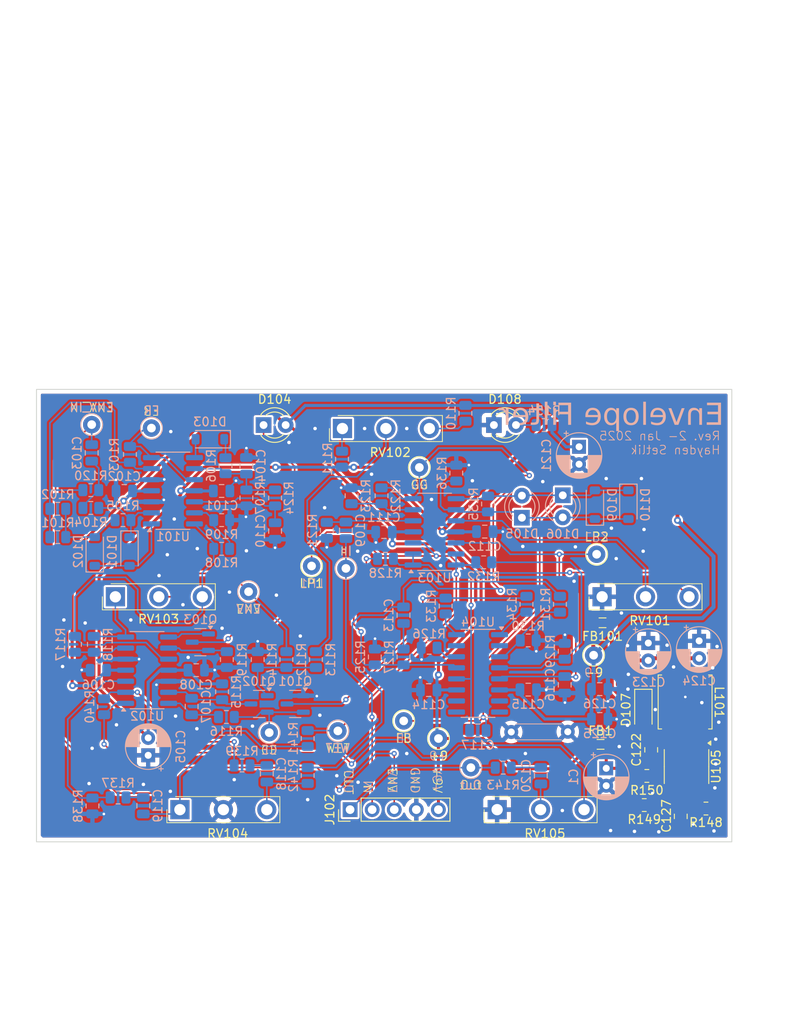
<source format=kicad_pcb>
(kicad_pcb (version 20240108) (generator "pcbnew") (generator_version "8.0")
  (layers (0 "F.Cu" signal) (1 "In1.Cu" signal) (2 "In2.Cu" signal) (31 "B.Cu" signal) (34 "B.Paste" user) (35 "F.Paste" user) (36 "B.SilkS" user "B.Silkscreen") (37 "F.SilkS" user "F.Silkscreen") (38 "B.Mask" user) (39 "F.Mask" user) (44 "Edge.Cuts" user))
  (net 0 "")
  (net 1 "GND")
  (net 2 "-9V")
  (net 3 "+9V")
  (net 4 "ENV_IN")
  (net 5 "Net-(C103-Pad2)")
  (net 6 "Net-(C107-Pad1)")
  (net 7 "Net-(Q102-C)")
  (net 8 "Net-(C113-Pad2)")
  (net 9 "/LP2")
  (net 10 "/GTR_GAIN")
  (net 11 "/LP1")
  (net 12 "Net-(C118-Pad2)")
  (net 13 "Net-(C119-Pad2)")
  (net 14 "Net-(C120-Pad2)")
  (net 15 "FX_IN")
  (net 16 "Net-(D107-A)")
  (net 17 "Net-(C118-Pad1)")
  (net 18 "Net-(D101-A)")
  (net 19 "Net-(C119-Pad1)")
  (net 20 "Net-(C120-Pad1)")
  (net 21 "Net-(U105-CAP)")
  (net 22 "Net-(D101-K)")
  (net 23 "Net-(D102-A)")
  (net 24 "Net-(D103-K)")
  (net 25 "Net-(D103-A)")
  (net 26 "/FullRect")
  (net 27 "Net-(Q103-E)")
  (net 28 "Net-(D104-K)")
  (net 29 "Net-(D105-K)")
  (net 30 "/SWE")
  (net 31 "Net-(D108-A)")
  (net 32 "FX_OUT")
  (net 33 "/ComEmmiter")
  (net 34 "Iabc")
  (net 35 "/vBase")
  (net 36 "Net-(U101C--)")
  (net 37 "Net-(Q103-B)")
  (net 38 "/EnvPos")
  (net 39 "Net-(U101B--)")
  (net 40 "Net-(U102A--)")
  (net 41 "Net-(U101D--)")
  (net 42 "Net-(R110-Pad2)")
  (net 43 "Net-(R111-Pad1)")
  (net 44 "Net-(U101D-+)")
  (net 45 "Net-(R113-Pad1)")
  (net 46 "/EnvNeg")
  (net 47 "/WET")
  (net 48 "Net-(R133-Pad2)")
  (net 49 "Net-(U103A--)")
  (net 50 "/Feedback")
  (net 51 "Net-(R134-Pad2)")
  (net 52 "Net-(U102B--)")
  (net 53 "Net-(U104A--)")
  (net 54 "Net-(U104A-+)")
  (net 55 "Net-(U104C--)")
  (net 56 "Net-(U104C-+)")
  (net 57 "Net-(R140-Pad2)")
  (net 58 "Net-(U103B-+)")
  (net 62 "/SWC")
  (net 63 "Net-(U105-FB)")
  (net 64 "ENV")
  (net 68 "Net-(U102A-+)")
  (net 69 "Net-(U103C-+)")
  (net 70 "Net-(U103B--)")
  (net 71 "Net-(U105-VCC)")
  (footprint "Diode_SMD:D_SOD-123" (layer "F.Cu") (at 73.825 81.525001 -90)
    (property "Reference" "D107")
    (property "Value" "PMEG3030")
  )
  (footprint "TestPoint:TestPoint_THTPad_D2.0mm_Drill1.0mm_VAL" (layer "F.Cu") (at 46.25 82.8)
    (property "Reference" "TP113" (hide yes))
    (property "Value" "FB")
  )
  (footprint "Capacitor_SMD:C_0805_2012Metric" (layer "F.Cu") (at 74.725 86.125 -90)
    (property "Reference" "C122")
    (property "Value" "470p")
  )
  (footprint "Resistor_SMD:R_0805_2012Metric" (layer "F.Cu") (at 73.925 92.474999 180)
    (property "Reference" "R149")
    (property "Value" "51k")
  )
  (footprint "Potentiometer_THT:Potentiometer_Alpha_RV16AF_42_VeryLong" (layer "F.Cu") (at 20.5 93)
    (property "Reference" "RV104")
    (property "Value" "100kB")
  )
  (footprint "Resistor_SMD:R_0805_2012Metric" (layer "F.Cu") (at 74.225 89.125 180)
    (property "Reference" "R150")
    (property "Value" "8k2")
  )
  (footprint "Inductor_SMD:L_TDK_VLS6045EX_VLS6045AF" (layer "F.Cu") (at 78.625 80.625 90)
    (property "Reference" "L101")
    (property "Value" "68uH")
  )
  (footprint "TestPoint:TestPoint_THTPad_D2.0mm_Drill1.0mm_VAL" (layer "F.Cu") (at 68.45 63.65 180)
    (property "Reference" "TP112" (hide yes))
    (property "Value" "LP2")
  )
  (footprint "Capacitor_SMD:C_0805_2012Metric" (layer "F.Cu") (at 78.125 93.775 -90)
    (property "Reference" "C127")
    (property "Value" "22u")
  )
  (footprint "Potentiometer_THT:Potentiometer_Alpha_RV16AF_42_VeryLong" (layer "F.Cu") (at 69.075 68.5375)
    (property "Reference" "RV101")
    (property "Value" "100kB")
  )
  (footprint "Potentiometer_THT:Potentiometer_Alpha_RV16AF_42_VeryLong" (layer "F.Cu") (at 13.075 68.5375)
    (property "Reference" "RV103")
    (property "Value" "10kB")
  )
  (footprint "Potentiometer_THT:Potentiometer_Alpha_RV16AF_42_VeryLong" (layer "F.Cu") (at 57 93)
    (property "Reference" "RV105")
    (property "Value" "100kA")
  )
  (footprint "TestPoint:TestPoint_THTPad_D2.0mm_Drill1.0mm_VAL" (layer "F.Cu") (at 68.1 75.25)
    (property "Reference" "TP110" (hide yes))
    (property "Value" "-9")
  )
  (footprint "TestPoint:TestPoint_THTPad_D2.0mm_Drill1.0mm_VAL" (layer "F.Cu") (at 35.65 65)
    (property "Reference" "TP111" (hide yes))
    (property "Value" "LP1")
  )
  (footprint "TestPoint:TestPoint_THTPad_D2.0mm_Drill1.0mm_VAL" (layer "F.Cu") (at 48.05 53.675)
    (property "Reference" "TP107" (hide yes))
    (property "Value" "GG")
  )
  (footprint "Package_SO:SO-8_3.9x4.9mm_P1.27mm" (layer "F.Cu") (at 78.79 88.05 -90)
    (property "Reference" "U105")
    (property "Value" "AZ34063U")
  )
  (footprint "Inductor_SMD:L_0805_2012Metric" (layer "F.Cu") (at 68.9 85.5)
    (property "Reference" "FB1")
    (property "Value" "90R")
  )
  (footprint "Inductor_SMD:L_0805_2012Metric" (layer "F.Cu") (at 69.125 71.525 180)
    (property "Reference" "FB101")
    (property "Value" "90R")
  )
  (footprint "Connector_PinHeader_2.54mm:PinHeader_1x05_P2.54mm_Vertical" (layer "F.Cu") (at 40.08 93 90)
    (property "Reference" "J102")
    (property "Value" "IO")
  )
  (footprint "LED_THT:LED_D3.0mm" (layer "F.Cu") (at 30.125 48.8)
    (property "Reference" "D104")
    (property "Value" "LED")
  )
  (footprint "LED_THT:LED_D3.0mm" (layer "F.Cu") (at 56.625 48.8)
    (property "Reference" "D108")
    (property "Value" "LED")
  )
  (footprint "Resistor_SMD:R_0805_2012Metric" (layer "F.Cu") (at 81.025 92.875)
    (property "Reference" "R148")
    (property "Value" "0.24R")
  )
  (footprint "Potentiometer_THT:Potentiometer_Alpha_RV16AF_42_VeryLong" (layer "F.Cu") (at 39.2 49.2)
    (property "Reference" "RV102")
    (property "Value" "10kB")
  )
  (footprint "TestPoint:TestPoint_THTPad_D2.0mm_Drill1.0mm_VAL" (layer "F.Cu") (at 50.25 84.825)
    (property "Reference" "TP109" (hide yes))
    (property "Value" "+9")
  )
  (footprint "Resistor_SMD:R_0805_2012Metric" (layer "B.Cu") (at 14.749999 52.1775 90)
    (property "Reference" "R103")
    (property "Value" "100k")
  )
  (footprint "Diode_SMD:D_SOD-123" (layer "B.Cu") (at 23.95 50.4275 180)
    (property "Reference" "D103")
    (property "Value" "1N4148W")
  )
  (footprint "Capacitor_SMD:C_0805_2012Metric" (layer "B.Cu") (at 39.6 60.9 90)
    (property "Reference" "C109")
    (property "Value" "1u")
  )
  (footprint "Package_TO_SOT_SMD:SOT-23" (layer "B.Cu") (at 22.85 73.7525 180)
    (property "Reference" "Q103")
    (property "Value" "BC847")
  )
  (footprint "Resistor_SMD:R_0805_2012Metric" (layer "B.Cu") (at 13.3875 91.6 180)
    (property "Reference" "R137")
    (property "Value" "470k")
  )
  (footprint "LED_THT:LED_D3.0mm" (layer "B.Cu") (at 59.85 59.45 90)
    (property "Reference" "D105")
    (property "Value" "LED")
  )
  (footprint "Resistor_SMD:R_0805_2012Metric" (layer "B.Cu") (at 37.4 60.9 -90)
    (property "Reference" "R121")
    (property "Value" "1M")
  )
  (footprint "LED_THT:LED_D3.0mm" (layer "B.Cu") (at 64.55 56.875 -90)
    (property "Reference" "D106")
    (property "Value" "LED")
  )
  (footprint "Package_SO:SOIC-14_3.9x8.7mm_P1.27mm" (layer "B.Cu") (at 16.725 76.9725)
    (property "Reference" "U102")
    (property "Value" "TL074")
  )
  (footprint "TestPoint:TestPoint_THTPad_D2.0mm_Drill1.0mm_VAL" (layer "B.Cu") (at 53.975 88.175 180)
    (property "Reference" "TP102" (hide yes))
    (property "Value" "Out")
  )
  (footprint "Resistor_SMD:R_0805_2012Metric" (layer "B.Cu") (at 64.225 69.4 -90)
    (property "Reference" "R131")
    (property "Value" "33k")
  )
  (footprint "Resistor_SMD:R_0805_2012Metric" (layer "B.Cu") (at 25.3 63.027501 180)
    (property "Reference" "R108")
    (property "Value" "100k")
  )
  (footprint "Diode_SMD:D_SOD-123" (layer "B.Cu") (at 10.7 63.327501 90)
    (property "Reference" "D102")
    (property "Value" "1N4148W")
  )
  (footprint "Resistor_SMD:R_0805_2012Metric" (layer "B.Cu") (at 25.35 79.4525 90)
    (property "Reference" "R115")
    (property "Value" "470k")
  )
  (footprint "Capacitor_SMD:C_0805_2012Metric" (layer "B.Cu") (at 55.575 61.0475)
    (property "Reference" "C112")
    (property "Value" "100n")
  )
  (footprint "Capacitor_SMD:C_0805_2012Metric" (layer "B.Cu") (at 62.025 89.1 -90)
    (property "Reference" "C120")
    (property "Value" "1u")
  )
  (footprint "TestPoint:TestPoint_THTPad_D2.0mm_Drill1.0mm_VAL" (layer "B.Cu") (at 28.4 67.95 180)
    (property "Reference" "TP105" (hide yes))
    (property "Value" "ENV")
  )
  (footprint "Resistor_SMD:R_0805_2012Metric" (layer "B.Cu") (at 57.7 88.175 180)
    (property "Reference" "R143")
    (property "Value" "220")
  )
  (footprint "Diode_SMD:D_SOD-123" (layer "B.Cu") (at 68.25 57.95 90)
    (property "Reference" "D109")
    (property "Value" "1N4148W")
  )
  (footprint "Diode_SMD:D_SOD-123" (layer "B.Cu") (at 72.1 57.95 -90)
    (property "Reference" "D110")
    (property "Value" "1N4148W")
  )
  (footprint "Capacitor_THT:CP_Radial_D5.0mm_P2.00mm" (layer "B.Cu") (at 66.425 51.299999 -90)
    (property "Reference" "C121")
    (property "Value" "100u")
  )
  (footprint "Resistor_SMD:R_0805_2012Metric" (layer "B.Cu") (at 10.25 58.3275)
    (property "Reference" "R104")
    (property "Value" "100k")
  )
  (footprint "Connector:THT_GND_WIRE" (layer "B.Cu") (at 61.7 84.05 180)
    (property "Reference" "J101" (hide yes))
    (property "Value" "ScopeGroundLoop")
  )
  (footprint "Resistor_SMD:R_0805_2012Metric" (layer "B.Cu") (at 55.45 64.5725 180)
    (property "Reference" "R132")
    (property "Value" "33k")
  )
  (footprint "Capacitor_SMD:C_0805_2012Metric" (layer "B.Cu") (at 22.375 76.9725)
    (property "Reference" "C108")
    (property "Value" "100n")
  )
  (footprint "Capacitor_SMD:C_0805_2012Metric" (layer "B.Cu") (at 31.45 60.9775 -90)
    (property "Reference" "C110")
    (property "Value" "33n")
  )
  (footprint "Resistor_SMD:R_0805_2012Metric" (layer "B.Cu") (at 52.3 54.3225 -90)
    (property "Reference" "R136")
    (property "Value" "6k8")
  )
  (footprint "Capacitor_SMD:C_0805_2012Metric" (layer "B.Cu") (at 60.575 79.21)
    (property "Reference" "C115")
    (property "Value" "100n")
  )
  (footprint "Resistor_SMD:R_0805_2012Metric" (layer "B.Cu") (at 39.15 52.725 -90)
    (property "Reference" "R111")
    (property "Value" "10k")
  )
  (footprint "Resistor_SMD:R_0805_2012Metric" (layer "B.Cu") (at 8.425 74 -90)
    (property "Reference" "R117")
    (property "Value" "100k")
  )
  (footprint "Capacitor_SMD:C_0805_2012Metric" (layer "B.Cu") (at 25.3 56.377499)
    (property "Reference" "C101")
    (property "Value" "100n")
  )
  (footprint "Resistor_SMD:R_0805_2012Metric" (layer "B.Cu") (at 25.75 53.4775 -90)
    (property "Reference" "R106")
    (property "Value" "1k")
  )
  (footprint "Resistor_SMD:R_0805_2012Metric" (layer "B.Cu") (at 27.65 87.925 180)
    (property "Reference" "R139")
    (property "Value" "470k")
  )
  (footprint "Capacitor_SMD:C_0805_2012Metric" (layer "B.Cu") (at 11.125 76.9725 180)
    (property "Reference" "C106")
    (property "Value" "100n")
  )
  (footprint "Capacitor_SMD:C_0805_2012Metric" (layer "B.Cu") (at 30.5 88.875 90)
    (property "Reference" "C118")
    (property "Value" "1u")
  )
  (footprint "Resistor_SMD:R_0805_2012Metric" (layer "B.Cu") (at 42.925 75.45 -90)
    (property "Reference" "R125")
    (property "Value" "1k")
  )
  (footprint "TestPoint:TestPoint_THTPad_D2.0mm_Drill1.0mm_VAL" (layer "B.Cu") (at 10.35 48.75)
    (property "Reference" "TP106" (hide yes))
    (property "Value" "ENV_IN")
  )
  (footprint "Resistor_SMD:R_0805_2012Metric" (layer "B.Cu") (at 25.85 82.3525 180)
    (property "Reference" "R116")
    (property "Value" "4k7")
  )
  (footprint "Resistor_SMD:R_0805_2012Metric" (layer "B.Cu") (at 36.15 75.7525 -90)
    (property "Reference" "R113")
    (property "Value" "100k")
  )
  (footprint "Resistor_SMD:R_0805_2012Metric" (layer "B.Cu") (at 6.45 61.6775 180)
    (property "Reference" "R101")
    (property "Value" "100k")
  )
  (footprint "Resistor_SMD:R_0805_2012Metric" (layer "B.Cu") (at 53.35 47.45 -90)
    (property "Reference" "R110")
    (property "Value" "6k8")
  )
  (footprint "Resistor_SMD:R_0805_2012Metric" (layer "B.Cu") (at 44.15 64.1725)
    (property "Reference" "R128")
    (property "Value" "33k")
  )
  (footprint "Capacitor_SMD:C_0805_2012Metric" (layer "B.Cu") (at 43.975 61.0975 180)
    (property "Reference" "C111")
    (property "Value" "100n")
  )
  (footprint "Capacitor_SMD:C_0805_2012Metric" (layer "B.Cu") (at 14.1 56.377499 180)
    (property "Reference" "C102")
    (property "Value" "100n")
  )
  (footprint "Resistor_SMD:R_0805_2012Metric" (layer "B.Cu") (at 13.95 59.7275 180)
    (property "Reference" "R105")
    (property "Value" "100k")
  )
  (footprint "Capacitor_SMD:C_0805_2012Metric" (layer "B.Cu") (at 46.225 70.65 -90)
    (property "Reference" "C113")
    (property "Value" "1u")
  )
  (footprint "Resistor_SMD:R_0805_2012Metric" (layer "B.Cu") (at 28.15 57.1775 -90)
    (property "Reference" "R107")
    (property "Value" "22k")
  )
  (footprint "Resistor_SMD:R_0805_2012Metric" (layer "B.Cu") (at 25.3 59.7275)
    (property "Reference" "R109")
    (property "Value" "5k1")
  )
  (footprint "TestPoint:TestPoint_THTPad_D2.0mm_Drill1.0mm_VAL" (layer "B.Cu") (at 30.775 84.15 180)
    (property "Reference" "TP103" (hide yes))
    (property "Value" "CE")
  )
  (footprint "Resistor_SMD:R_0805_2012Metric" (layer "B.Cu") (at 31.45 57.1775 -90)
    (property "Reference" "R124")
    (property "Value" "100k")
  )
  (footprint "Resistor_SMD:R_0805_2012Metric" (layer "B.Cu") (at 11.775 81.175 -90)
    (property "Reference" "R140")
    (property "Value" "1Meg")
  )
  (footprint "Capacitor_SMD:C_0805_2012Metric" (layer "B.Cu") (at 49.125 79.26 180)
    (property "Reference" "C114")
    (property "Value" "100n")
  )
  (footprint "Resistor_SMD:R_0805_2012Metric" (layer "B.Cu") (at 51.075 69.6 -90)
    (property "Reference" "R133")
    (property "Value" "4k7")
  )
  (footprint "Resistor_SMD:R_0805_2012Metric" (layer "B.Cu") (at 10.4375 92.575 -90)
    (property "Reference" "R138")
    (property "Value" "1Meg")
  )
  (footprint "Resistor_SMD:R_0805_2012Metric" (layer "B.Cu") (at 10.25 56.2775 180)
    (property "Reference" "R120")
    (property "Value" "100k")
  )
  (footprint "Capacitor_SMD:C_0805_2012Metric" (layer "B.Cu") (at 68.8 82.584999)
    (property "Reference" "C125")
    (property "Value" "1u")
  )
  (footprint "Resistor_SMD:R_0805_2012Metric" (layer "B.Cu") (at 10.6 74.0025 90)
    (property "Reference" "R118")
    (property "Value" "100k")
  )
  (footprint "Resistor_SMD:R_0805_2012Metric" (layer "B.Cu") (at 29.45 75.7525 90)
    (property "Reference" "R114")
    (property "Value" "2k2")
  )
  (footprint "Resistor_SMD:R_0805_2012Metric" (layer "B.Cu") (at 35.2 84.825 -90)
    (property "Reference" "R141")
    (property "Value" "47k")
  )
  (footprint "Resistor_SMD:R_0805_2012Metric" (layer "B.Cu") (at 32.75 75.7525 -90)
    (property "Reference" "R112")
    (property "Value" "100k")
  )
  (footprint "Capacitor_THT:CP_Radial_D5.0mm_P2.00mm" (layer "B.Cu") (at 69.55 88.25 -90)
    (property "Reference" "C1")
    (property "Value" "220u")
  )
  (footprint "Resistor_SMD:R_0805_2012Metric" (layer "B.Cu") (at 43.7 56.9225 90)
    (property "Reference" "R122")
    (property "Value" "47k")
  )
  (footprint "Capacitor_THT:CP_Radial_D5.0mm_P2.00mm" (layer "B.Cu") (at 80.24 73.599999 -90)
    (property "Reference" "C124")
    (property "Value" "470u")
  )
  (footprint "Capacitor_SMD:C_0805_2012Metric" (layer "B.Cu") (at 21.85 81.1525 90)
    (property "Reference" "C107")
    (property "Value" "4n7")
  )
  (footprint "Resistor_SMD:R_0805_2012Metric" (layer "B.Cu") (at 6.45 58.4275 180)
    (property "Reference" "R102")
    (property "Value" "100k")
  )
  (footprint "Diode_SMD:D_SOD-123" (layer "B.Cu") (at 14.700001 63.3275 -90)
    (property "Reference" "D101")
    (property "Value" "1N4148W")
  )
  (footprint "Capacitor_SMD:C_0805_2012Metric" (layer "B.Cu") (at 64.775 78.65 -90)
    (property "Reference" "C116")
    (property "Value" "1n")
  )
  (footprint "Package_TO_SOT_SMD:SOT-23" (layer "B.Cu") (at 33.7625 80.8525 180)
    (property "Reference" "Q101")
    (property "Value" "BC857")
  )
  (footprint "Capacitor_SMD:C_0805_2012Metric" (layer "B.Cu") (at 54.775 83.9)
    (property "Reference" "C117")
    (property "Value" "1n")
  )
  (footprint "Resistor_SMD:R_0805_2012Metric" (layer "B.Cu") (at 40.25 56.9225 90)
    (property "Reference" "R123")
    (property "Value" "12k")
  )
  (footprint "Capacitor_THT:CP_Radial_D5.0mm_P2.00mm" (layer "B.Cu") (at 16.85 86.755112 90)
    (property "Reference" "C105")
    (property "Value" "470u")
  )
  (footprint "Package_SO:SOIC-14_3.9x8.7mm_P1.27mm" (layer "B.Cu") (at 49.8 61.0725)
    (property "Reference" "U103")
    (property "Value" "TL074")
  )
  (footprint "Resistor_SMD:R_0805_2012Metric" (layer "B.Cu") (at 46.225 75.45 -90)
    (property "Reference" "R127")
    (property "Value" "33k")
  )
  (footprint "Resistor_SMD:R_0805_2012Metric" (layer "B.Cu") (at 60.575 73.55 180)
    (property "Reference" "R130")
    (property "Value" "1k")
  )
  (footprint "Resistor_SMD:R_0805_2012Metric" (layer "B.Cu") (at 62.4 48.8 180)
    (property "Reference" "R154")
    (property "Value" "12k")
  )
  (footprint "Capacitor_SMD:C_0805_2012Metric" (layer "B.Cu") (at 28.15 53.4775 90)
    (property "Reference" "C104")
    (property "Value" "1u")
  )
  (footprint "Resistor_SMD:R_0805_2012Metric" (layer "B.Cu") (at 60.375 69.4 -90)
    (property "Reference" "R134")
    (property "Value" "4k7")
  )
  (footprint "Capacitor_THT:CP_Radial_D5.0mm_P2.00mm" (layer "B.Cu") (at 74.39 73.849999 -90)
    (property "Reference" "C123")
    (property "Value" "470u")
  )
  (footprint "TestPoint:TestPoint_THTPad_D2.0mm_Drill1.0mm_VAL" (layer "B.Cu") (at 17.225 49.15)
    (property "Reference" "TP108" (hide yes))
    (property "Value" "FR")
  )
  (footprint "Package_SO:SOIC-14_3.9x8.7mm_P1.27mm" (layer "B.Cu") (at 19.7 56.35)
    (property "Reference" "U101")
    (property "Value" "TL074")
  )
  (footprint "Resistor_SMD:R_0805_2012Metric" (layer "B.Cu") (at 55.95 57.8725 -90)
    (property "Reference" "R135")
    (property "Value" "10k")
  )
  (footprint "Package_SO:SOIC-16_3.9x9.9mm_P1.27mm" (layer "B.Cu") (at 54.8 77.335 180)
    (property "Reference" "U104")
    (property "Value" "LM13700")
  )
  (footprint "TestPoint:TestPoint_THTPad_D2.0mm_Drill1.0mm_VAL" (layer "B.Cu") (at 39.6 65.275)
    (property "Reference" "TP101" (hide yes))
    (property "Value" "In")
  )
  (footprint "TestPoint:TestPoint_THTPad_D2.0mm_Drill1.0mm_VAL" (layer "B.Cu") (at 38.675 83.95 180)
    (property "Reference" "TP104" (hide yes))
    (property "Value" "WET")
  )
  (footprint "Capacitor_SMD:C_0805_2012Metric" (layer "B.Cu") (at 10.35 52 -90)
    (property "Reference" "C103")
    (property "Value" "100n")
  )
  (footprint "Resistor_SMD:R_0805_2012Metric" (layer "B.Cu") (at 49.175 74.4)
    (property "Reference" "R126")
    (property "Value" "1k")
  )
  (footprint "Resistor_SMD:R_0805_2012Metric" (layer "B.Cu") (at 25.9 75.7525 -90)
    (property "Reference" "R119")
    (property "Value" "2k2")
  )
  (footprint "Capacitor_SMD:C_0805_2012Metric" (layer "B.Cu") (at 16.2875 92.55 90)
    (property "Reference" "C119")
    (property "Value" "1u")
  )
  (footprint "Package_TO_SOT_SMD:SOT-23" (layer "B.Cu") (at 29.6125 80.8525 180)
    (property "Reference" "Q102")
    (property "Value" "BC857")
  )
  (footprint "Resistor_SMD:R_0805_2012Metric" (layer "B.Cu") (at 35.2 89.075 -90)
    (property "Reference" "R142")
    (property "Value" "47k")
  )
  (footprint "Resistor_SMD:R_0805_2012Metric" (layer "B.Cu") (at 64.775 74.8 -90)
    (property "Reference" "R129")
    (property "Value" "1k")
  )
  (footprint "Capacitor_SMD:C_0805_2012Metric" (layer "B.Cu") (at 68.8 79.15)
    (property "Reference" "C126")
    (property "Value" "100n")
  )
  (gr_rect (start 4 44.7) (end 84 96.7) (stroke (width 0.1)) (fill none) (layer "Edge.Cuts"))
  (gr_text "+9V" (at 49.475 91.2 270) (layer "B.SilkS") (effects (font (size 1 1) (thickness 0.1)) (justify left bottom mirror)))
  (gr_text "Rev. 2- Jan 2025\nHayden Setlik" (at 82.75 52.25 0) (layer "B.SilkS") (effects (font (size 1 1) (thickness 0.1)) (justify left bottom mirror)))
  (gr_text "Envelope Filter" (at 83.1 49.2 0) (layer "B.SilkS") (effects (font (size 2.5 2.5) (thickness 0.1)) (justify left bottom mirror)))
  (gr_text "OUT" (at 39.3 91.2 -90) (layer "B.SilkS") (effects (font (size 1 1) (thickness 0.1)) (justify left bottom mirror)))
  (gr_text "ENV" (at 44.325 91.2 270) (layer "B.SilkS") (effects (font (size 1 1) (thickness 0.1)) (justify left bottom mirror)))
  (gr_text "GND" (at 46.95 91.2 270) (layer "B.SilkS") (effects (font (size 1 1) (thickness 0.1)) (justify left bottom mirror)))
  (gr_text "IN" (at 41.525 91.2 270) (layer "B.SilkS") (effects (font (size 1 1) (thickness 0.1)) (justify left bottom mirror)))
  (gr_text "ENV" (at 44.35 88.15 270) (layer "F.SilkS") (effects (font (size 1 1) (thickness 0.1)) (justify left bottom)))
  (gr_text "OUT" (at 39.3 88.35 270) (layer "F.SilkS") (effects (font (size 1 1) (thickness 0.1)) (justify left bottom)))
  (gr_text "IN" (at 41.55 89.55 270) (layer "F.SilkS") (effects (font (size 1 1) (thickness 0.1)) (justify left bottom)))
  (gr_text "GND" (at 46.95 88.05 270) (layer "F.SilkS") (effects (font (size 1 1) (thickness 0.1)) (justify left bottom)))
  (gr_text "+9V" (at 49.55 88 270) (layer "F.SilkS") (effects (font (size 1 1) (thickness 0.1)) (justify left bottom)))
  (segment (start 78.125 94.724999) (end 79.525001 94.724999) (width 0.18) (layer "F.Cu") (net 1))
  (segment (start 79.525001 94.724999) (end 79.55 94.7) (width 0.18) (layer "F.Cu") (net 1))
  (segment (start 74.8375 92.474999) (end 74.8375 91.1125) (width 0.18) (layer "F.Cu") (net 1))
  (segment (start 74.8375 91.1125) (end 74.85 91.1) (width 0.18) (layer "F.Cu") (net 1))
  (segment (start 78.625 78.525) (end 78.625 80.025) (width 0.45) (layer "F.Cu") (net 1))
  (segment (start 78.625 80.025) (end 78.65 80.05) (width 0.45) (layer "F.Cu") (net 1))
  (via (at 26.95 55.2) (size 0.6) (drill 0.3) (layers "F.Cu" "B.Cu") (net 1))
  (via (at 19.45 49.55) (size 0.8) (drill 0.4) (layers "F.Cu" "B.Cu") (net 1))
  (via (at 19.05 63.7) (size 0.8) (drill 0.4) (layers "F.Cu" "B.Cu") (net 1))
  (via (at 60.25 86.55) (size 0.8) (drill 0.4) (layers "F.Cu" "B.Cu") (net 1))
  (via (at 24.5 76.95) (size 0.6) (drill 0.3) (layers "F.Cu" "B.Cu") (net 1))
  (via (at 7 76.55) (size 0.8) (drill 0.4) (layers "F.Cu" "B.Cu") (net 1))
  (via (at 40.95 63.3) (size 0.8) (drill 0.4) (layers "F.Cu" "B.Cu") (net 1))
  (via (at 36.25 79.95) (size 0.6) (drill 0.3) (layers "F.Cu" "B.Cu") (net 1))
  (via (at 49.45 57.35) (size 0.8) (drill 0.4) (layers "F.Cu" "B.Cu") (net 1))
  (via (at 46.6 86.55) (size 0.8) (drill 0.4) (layers "F.Cu" "B.Cu") (net 1))
  (via (at 62.25 55.3) (size 0.8) (drill 0.4) (layers "F.Cu" "B.Cu") (net 1))
  (via (at 59.95 62.75) (size 0.8) (drill 0.4) (layers "F.Cu" "B.Cu") (net 1))
  (via (at 61.5 74.8) (size 0.6) (drill 0.3) (layers "F.Cu" "B.Cu") (net 1))
  (via (at 69.75 80.55) (size 0.6) (drill 0.3) (layers "F.Cu" "B.Cu") (net 1))
  (via (at 72 74.15) (size 0.8) (drill 0.4) (layers "F.Cu" "B.Cu") (net 1))
  (via (at 9.2 76.95) (size 0.6) (drill 0.3) (layers "F.Cu" "B.Cu") (net 1))
  (via (at 15.8 75.7) (size 0.6) (drill 0.3) (layers "F.Cu" "B.Cu") (net 1))
  (via (at 80.55 80.7) (size 0.8) (drill 0.4) (layers "F.Cu" "B.Cu") (net 1))
  (via (at 48.3 75.75) (size 0.6) (drill 0.3) (layers "F.Cu" "B.Cu") (net 1))
  (via (at 77.3 76.6) (size 0.8) (drill 0.4) (layers "F.Cu" "B.Cu") (net 1))
  (via (at 31.6 68.35) (size 0.8) (drill 0.4) (layers "F.Cu" "B.Cu") (net 1))
  (via (at 65.85 66.75) (size 0.8) (drill 0.4) (layers "F.Cu" "B.Cu") (net 1))
  (via (at 70.15 60.65) (size 0.8) (drill 0.4) (layers "F.Cu" "B.Cu") (net 1))
  (via (at 14.85 71.2) (size 0.8) (drill 0.4) (layers "F.Cu" "B.Cu") (net 1))
  (via (at 50.5 64.95) (size 0.8) (drill 0.4) (layers "F.Cu" "B.Cu") (net 1))
  (via (at 13.15 55.1) (size 0.6) (drill 0.3) (layers "F.Cu" "B.Cu") (net 1))
  (via (at 75.6 95.55) (size 0.8) (drill 0.4) (layers "F.Cu" "B.Cu") (net 1))
  (via (at 26.2 68) (size 0.8) (drill 0.4) (layers "F.Cu" "B.Cu") (net 1))
  (via (at 33.05 50.8) (size 0.8) (drill 0.4) (layers "F.Cu" "B.Cu") (net 1))
  (via (at 36.6 82.15) (size 0.8) (drill 0.4) (layers "F.Cu" "B.Cu") (net 1))
  (via (at 73.6 54.95) (size 0.8) (drill 0.4) (layers "F.Cu" "B.Cu") (net 1))
  (via (at 10.4 85.95) (size 0.8) (drill 0.4) (layers "F.Cu" "B.Cu") (net 1))
  (via (at 39.05 56) (size 0.6) (drill 0.3) (layers "F.Cu" "B.Cu") (net 1))
  (via (at 16.3 90.1) (size 0.8) (drill 0.4) (layers "F.Cu" "B.Cu") (net 1))
  (via (at 18.7 55.05) (size 0.6) (drill 0.3) (layers "F.Cu" "B.Cu") (net 1))
  (via (at 81.95 95.45) (size 0.8) (drill 0.4) (layers "F.Cu" "B.Cu") (net 1))
  (via (at 71.3 70.4) (size 0.8) (drill 0.4) (layers "F.Cu" "B.Cu") (net 1))
  (via (at 53.75 53.4) (size 0.6) (drill 0.3) (layers "F.Cu" "B.Cu") (net 1))
  (via (at 9.6 71.55) (size 0.8) (drill 0.4) (layers "F.Cu" "B.Cu") (net 1))
  (via (at 42.95 73.35) (size 0.6) (drill 0.3) (layers "F.Cu" "B.Cu") (net 1))
  (via (at 17.8 78.65) (size 0.6) (drill 0.3) (layers "F.Cu" "B.Cu") (net 1))
  (via (at 11.75 93.5) (size 0.6) (drill 0.3) (layers "F.Cu" "B.Cu") (net 1))
  (via (at 74.85 91.1) (size 0.6) (drill 0.3) (layers "F.Cu" "B.Cu") (net 1))
  (via (at 10.05 90) (size 0.8) (drill 0.4) (layers "F.Cu" "B.Cu") (net 1))
  (via (at 28.85 83.4) (size 0.8) (drill 0.4) (layers "F.Cu" "B.Cu") (net 1))
  (via (at 73.9 60.8) (size 0.8) (drill 0.4) (layers "F.Cu" "B.Cu") (net 1))
  (via (at 26.75 89.55) (size 0.8) (drill 0.4) (layers "F.Cu" "B.Cu") (net 1))
  (via (at 41 89.85) (size 0.8) (drill 0.4) (layers "F.Cu" "B.Cu") (net 1))
  (via (at 7.15 71.2) (size 0.8) (drill 0.4) (layers "F.Cu" "B.Cu") (net 1))
  (via (at 46.6 49.2) (size 0.8) (drill 0.4) (layers "F.Cu" "B.Cu") (net 1))
  (via (at 70.7 64.15) (size 0.8) (drill 0.4) (layers "F.Cu" "B.Cu") (net 1))
  (via (at 66 62.8) (size 0.8) (drill 0.4) (layers "F.Cu" "B.Cu") (net 1))
  (via (at 19.4 90.9) (size 0.8) (drill 0.4) (layers "F.Cu" "B.Cu") (net 1))
  (via (at 36.05 49.2) (size 0.8) (drill 0.4) (layers "F.Cu" "B.Cu") (net 1))
  (via (at 57.65 61.05) (size 0.6) (drill 0.3) (layers "F.Cu" "B.Cu") (net 1))
  (via (at 28.15 63.25) (size 0.8) (drill 0.4) (layers "F.Cu" "B.Cu") (net 1))
  (via (at 72 83.3) (size 0.8) (drill 0.4) (layers "F.Cu" "B.Cu") (net 1))
  (via (at 70.75 82.6) (size 0.6) (drill 0.3) (layers "F.Cu" "B.Cu") (net 1))
  (via (at 72.1 77.45) (size 0.8) (drill 0.4) (layers "F.Cu" "B.Cu") (net 1))
  (via (at 62.65 79.25) (size 0.6) (drill 0.3) (layers "F.Cu" "B.Cu") (net 1))
  (via (at 31.45 62.9) (size 0.6) (drill 0.3) (layers "F.Cu" "B.Cu") (net 1))
  (via (at 29.45 73.65) (size 0.6) (drill 0.3) (layers "F.Cu" "B.Cu") (net 1))
  (via (at 34.35 73.05) (size 0.8) (drill 0.4) (layers "F.Cu" "B.Cu") (net 1))
  (via (at 76.55 74.1) (size 0.8) (drill 0.4) (layers "F.Cu" "B.Cu") (net 1))
  (via (at 73.8 63.3) (size 0.8) (drill 0.4) (layers "F.Cu" "B.Cu") (net 1))
  (via (at 19.85 59.6) (size 0.8) (drill 0.4) (layers "F.Cu" "B.Cu") (net 1))
  (via (at 21.45 75.5) (size 0.8) (drill 0.4) (layers "F.Cu" "B.Cu") (net 1))
  (via (at 81.8 76.7) (size 0.8) (drill 0.4) (layers "F.Cu" "B.Cu") (net 1))
  (via (at 75.2 81.5) (size 0.8) (drill 0.4) (layers "F.Cu" "B.Cu") (net 1))
  (via (at 37.15 58.3) (size 0.8) (drill 0.4) (layers "F.Cu" "B.Cu") (net 1))
  (via (at 18.65 57.4) (size 0.6) (drill 0.3) (layers "F.Cu" "B.Cu") (net 1))
  (via (at 54.15 55.2) (size 0.8) (drill 0.4) (layers "F.Cu" "B.Cu") (net 1))
  (via (at 22.5 63) (size 0.8) (drill 0.4) (layers "F.Cu" "B.Cu") (net 1))
  (via (at 18.1 66.1) (size 0.8) (drill 0.4) (layers "F.Cu" "B.Cu") (net 1))
  (via (at 79.55 94.7) (size 0.6) (drill 0.3) (layers "F.Cu" "B.Cu") (net 1))
  (via (at 72.05 79.15) (size 0.8) (drill 0.4) (layers "F.Cu" "B.Cu") (net 1))
  (via (at 64.8 80.7) (size 0.6) (drill 0.3) (layers "F.Cu" "B.Cu") (net 1))
  (via (at 41.75 49.2) (size 0.8) (drill 0.4) (layers "F.Cu" "B.Cu") (net 1))
  (via (at 43.05 62.3) (size 0.6) (drill 0.3) (layers "F.Cu" "B.Cu") (net 1))
  (via (at 72.8 95.5) (size 0.8) (drill 0.4) (layers "F.Cu" "B.Cu") (net 1))
  (via (at 69.55 54.95) (size 0.8) (drill 0.4) (layers "F.Cu" "B.Cu") (net 1))
  (via (at 42.55 54.45) (size 0.8) (drill 0.4) (layers "F.Cu" "B.Cu") (net 1))
  (via (at 82.3 74.25) (size 0.8) (drill 0.4) (layers "F.Cu" "B.Cu") (net 1))
  (via (at 48.15 77.8) (size 0.6) (drill 0.3) (layers "F.Cu" "B.Cu") (net 1))
  (via (at 82.05 90.5) (size 0.8) (drill 0.4) (layers "F.Cu" "B.Cu") (net 1))
  (via (at 70.05 95.4) (size 0.8) (drill 0.4) (layers "F.Cu" "B.Cu") (net 1))
  (via (at 35.2 91.85) (size 0.8) (drill 0.4) (layers "F.Cu" "B.Cu") (net 1))
  (via (at 82.5 82.95) (size 0.8) (drill 0.4) (layers "F.Cu" "B.Cu") (net 1))
  (via (at 82.15 84.9) (size 0.8) (drill 0.4) (layers "F.Cu" "B.Cu") (net 1))
  (via (at 64.5 93.1) (size 0.8) (drill 0.4) (layers "F.Cu" "B.Cu") (net 1))
  (via (at 20 82.25) (size 0.8) (drill 0.4) (layers "F.Cu" "B.Cu") (net 1))
  (via (at 71.05 85.75) (size 0.8) (drill 0.4) (layers "F.Cu" "B.Cu") (net 1))
  (via (at 78.65 80.05) (size 0.6) (drill 0.3) (layers "F.Cu" "B.Cu") (net 1))
  (via (at 13.2 83.25) (size 0.8) (drill 0.4) (layers "F.Cu" "B.Cu") (net 1))
  (via (at 22.45 83.7) (size 0.8) (drill 0.4) (layers "F.Cu" "B.Cu") (net 1))
  (via (at 28.1 59.35) (size 0.6) (drill 0.3) (layers "F.Cu" "B.Cu") (net 1))
  (via (at 28.15 51.45) (size 0.6) (drill 0.3) (layers "F.Cu" "B.Cu") (net 1))
  (via (at 38.55 89.1) (size 0.8) (drill 0.4) (layers "F.Cu" "B.Cu") (net 1))
  (via (at 64.8 72.9) (size 0.6) (drill 0.3) (layers "F.Cu" "B.Cu") (net 1))
  (via (at 25.35 72.15) (size 0.8) (drill 0.4) (layers "F.Cu" "B.Cu") (net 1))
  (via (at 20.85 69.45) (size 0.8) (drill 0.4) (layers "F.Cu" "B.Cu") (net 1))
  (via (at 37.4 62.85) (size 0.6) (drill 0.3) (layers "F.Cu" "B.Cu") (net 1))
  (via (at 82.15 87.75) (size 0.8) (drill 0.4) (layers "F.Cu" "B.Cu") (net 1))
  (segment (start 25.9 76.665) (end 24.785 76.665) (width 0.18) (layer "B.Cu") (net 1))
  (segment (start 43.025 61.0975) (end 43.025 62.275) (width 0.18) (layer "B.Cu") (net 1))
  (segment (start 26.249999 56.377499) (end 26.249999 55.900001) (width 0.18) (layer "B.Cu") (net 1))
  (segment (start 31.45 61.927499) (end 31.45 62.9) (width 0.18) (layer "B.Cu") (net 1))
  (segment (start 18.43 57.62) (end 18.65 57.4) (width 0.18) (layer "B.Cu") (net 1))
  (segment (start 18.2075 78.2425) (end 17.8 78.65) (width 0.18) (layer "B.Cu") (net 1))
  (segment (start 62.61 79.21) (end 62.65 79.25) (width 0.18) (layer "B.Cu") (net 1))
  (segment (start 39.06 56.01) (end 39.05 56) (width 0.18) (layer "B.Cu") (net 1))
  (segment (start 42.925 73.375) (end 42.95 73.35) (width 0.18) (layer "B.Cu") (net 1))
  (segment (start 40.25 56.01) (end 39.06 56.01) (width 0.18) (layer "B.Cu") (net 1))
  (segment (start 15.7975 75.7025) (end 15.8 75.7) (width 0.18) (layer "B.Cu") (net 1))
  (segment (start 70.734999 82.584999) (end 70.75 82.6) (width 0.18) (layer "B.Cu") (net 1))
  (segment (start 13.17 55.08) (end 13.15 55.1) (width 0.18) (layer "B.Cu") (net 1))
  (segment (start 69.749999 82.584999) (end 70.734999 82.584999) (width 0.18) (layer "B.Cu") (net 1))
  (segment (start 23.324999 76.9725) (end 24.4775 76.9725) (width 0.18) (layer "B.Cu") (net 1))
  (segment (start 69.749999 80.549999) (end 69.75 80.55) (width 0.18) (layer "B.Cu") (net 1))
  (segment (start 24.4775 76.9725) (end 24.5 76.95) (width 0.18) (layer "B.Cu") (net 1))
  (segment (start 17.225 57.62) (end 18.43 57.62) (width 0.18) (layer "B.Cu") (net 1))
  (segment (start 61.524999 79.21) (end 62.61 79.21) (width 0.18) (layer "B.Cu") (net 1))
  (segment (start 29.45 74.84) (end 29.45 73.65) (width 0.18) (layer "B.Cu") (net 1))
  (segment (start 64.775 72.925) (end 64.8 72.9) (width 0.18) (layer "B.Cu") (net 1))
  (segment (start 69.749999 79.15) (end 69.749999 80.549999) (width 0.18) (layer "B.Cu") (net 1))
  (segment (start 28.15 52.527501) (end 28.15 51.45) (width 0.18) (layer "B.Cu") (net 1))
  (segment (start 37.4 61.8125) (end 37.4 62.85) (width 0.18) (layer "B.Cu") (net 1))
  (segment (start 48.175 77.825) (end 48.15 77.8) (width 0.18) (layer "B.Cu") (net 1))
  (segment (start 28.15 59.3) (end 28.1 59.35) (width 0.18) (layer "B.Cu") (net 1))
  (segment (start 9.2225 76.9725) (end 9.2 76.95) (width 0.18) (layer "B.Cu") (net 1))
  (segment (start 64.775 73.8875) (end 64.775 72.925) (width 0.18) (layer "B.Cu") (net 1))
  (segment (start 57.6475 61.0475) (end 57.65 61.05) (width 0.18) (layer "B.Cu") (net 1))
  (segment (start 13.150001 56.377499) (end 13.150001 55.100001) (width 0.18) (layer "B.Cu") (net 1))
  (segment (start 19.2 78.2425) (end 18.2075 78.2425) (width 0.18) (layer "B.Cu") (net 1))
  (segment (start 61.4875 74.7875) (end 61.5 74.8) (width 0.18) (layer "B.Cu") (net 1))
  (segment (start 17.225 55.08) (end 18.67 55.08) (width 0.18) (layer "B.Cu") (net 1))
  (segment (start 26.249999 55.900001) (end 26.95 55.2) (width 0.18) (layer "B.Cu") (net 1))
  (segment (start 10.175001 76.9725) (end 9.2225 76.9725) (width 0.18) (layer "B.Cu") (net 1))
  (segment (start 48.175 79.26) (end 48.175 77.825) (width 0.18) (layer "B.Cu") (net 1))
  (segment (start 48.2625 74.4) (end 48.2625 75.7125) (width 0.18) (layer "B.Cu") (net 1))
  (segment (start 28.15 58.09) (end 28.15 59.3) (width 0.18) (layer "B.Cu") (net 1))
  (segment (start 61.4875 73.55) (end 61.4875 74.7875) (width 0.18) (layer "B.Cu") (net 1))
  (segment (start 14.25 75.7025) (end 15.7975 75.7025) (width 0.18) (layer "B.Cu") (net 1))
  (segment (start 42.925 74.5375) (end 42.925 73.375) (width 0.18) (layer "B.Cu") (net 1))
  (segment (start 64.775 80.675) (end 64.8 80.7) (width 0.18) (layer "B.Cu") (net 1))
  (segment (start 48.2625 75.7125) (end 48.3 75.75) (width 0.18) (layer "B.Cu") (net 1))
  (segment (start 53.74 53.41) (end 53.75 53.4) (width 0.18) (layer "B.Cu") (net 1))
  (segment (start 24.785 76.665) (end 24.5 76.95) (width 0.18) (layer "B.Cu") (net 1))
  (segment (start 26.2125 59.7275) (end 27.7225 59.7275) (width 0.18) (layer "B.Cu") (net 1))
  (segment (start 64.775 79.599999) (end 64.775 80.675) (width 0.18) (layer "B.Cu") (net 1))
  (segment (start 56.524999 61.0475) (end 57.6475 61.0475) (width 0.18) (layer "B.Cu") (net 1))
  (segment (start 36.2025 79.9025) (end 36.25 79.95) (width 0.18) (layer "B.Cu") (net 1))
  (segment (start 43.025 62.275) (end 43.05 62.3) (width 0.18) (layer "B.Cu") (net 1))
  (segment (start 34.7 79.9025) (end 36.2025 79.9025) (width 0.18) (layer "B.Cu") (net 1))
  (segment (start 52.3 53.41) (end 53.74 53.41) (width 0.18) (layer "B.Cu") (net 1))
  (segment (start 10.4375 93.4875) (end 11.7375 93.4875) (width 0.18) (layer "B.Cu") (net 1))
  (segment (start 13.150001 55.100001) (end 13.15 55.1) (width 0.18) (layer "B.Cu") (net 1))
  (segment (start 18.67 55.08) (end 18.7 55.05) (width 0.18) (layer "B.Cu") (net 1))
  (segment (start 11.7375 93.4875) (end 11.75 93.5) (width 0.18) (layer "B.Cu") (net 1))
  (segment (start 27.7225 59.7275) (end 28.1 59.35) (width 0.18) (layer "B.Cu") (net 1))
  (segment (start 40.5 53.65) (end 43.3 53.65) (width 0.35) (layer "F.Cu") (net 2))
  (segment (start 23.3 53.65) (end 20.6 56.35) (width 0.35) (layer "F.Cu") (net 2))
  (segment (start 71.4 47.95) (end 63.7 47.95) (width 0.45) (layer "F.Cu") (net 2))
  (segment (start 11.2 66.2) (end 11.2 79.105111) (width 0.35) (layer "F.Cu") (net 2))
  (segment (start 77.75 54.3) (end 71.4 47.95) (width 0.45) (layer "F.Cu") (net 2))
  (segment (start 20.6 56.35) (end 20.6 56.8) (width 0.35) (layer "F.Cu") (net 2))
  (segment (start 68.0625 75.2125) (end 68.1 75.25) (width 0.45) (layer "F.Cu") (net 2))
  (segment (start 31.5 53.65) (end 23.3 53.65) (width 0.35) (layer "F.Cu") (net 2))
  (segment (start 20.6 56.8) (end 11.2 66.2) (width 0.35) (layer "F.Cu") (net 2))
  (segment (start 43.3 53.65) (end 50.7 61.05) (width 0.35) (layer "F.Cu") (net 2))
  (segment (start 68.0625 71.525) (end 68.0625 75.2125) (width 0.45) (layer "F.Cu") (net 2))
  (segment (start 50.7 60.95) (end 50.7 61.05) (width 0.45) (layer "F.Cu") (net 2))
  (segment (start 63.7 47.95) (end 50.7 60.95) (width 0.45) (layer "F.Cu") (net 2))
  (segment (start 11.2 79.105111) (end 16.85 84.755111) (width 0.35) (layer "F.Cu") (net 2))
  (segment (start 77.75 59.75) (end 77.75 54.3) (width 0.45) (layer "F.Cu") (net 2))
  (via (at 31.5 53.65) (size 0.8) (drill 0.4) (layers "F.Cu" "B.Cu") (net 2))
  (via (at 40.5 53.65) (size 0.8) (drill 0.4) (layers "F.Cu" "B.Cu") (net 2))
  (via (at 20.6 56.35) (size 0.8) (drill 0.4) (layers "F.Cu" "B.Cu") (net 2))
  (via (at 50.7 61.05) (size 0.8) (drill 0.4) (layers "F.Cu" "B.Cu") (net 2))
  (via (at 77.75 59.75) (size 0.8) (drill 0.4) (layers "F.Cu" "B.Cu") (net 2))
  (segment (start 21.425001 76.9725) (end 22.992501 78.54) (width 0.35) (layer "B.Cu") (net 2))
  (segment (start 40.4875 53.6375) (end 40.5 53.65) (width 0.35) (layer "B.Cu") (net 2))
  (segment (start 67.850001 82.584999) (end 67.850001 79.15) (width 0.45) (layer "B.Cu") (net 2))
  (segment (start 22.175 56.35) (end 20.6 56.35) (width 0.35) (layer "B.Cu") (net 2))
  (segment (start 50.7225 61.0725) (end 50.7 61.05) (width 0.35) (layer "B.Cu") (net 2))
  (segment (start 54.600001 61.0725) (end 54.625001 61.0475) (width 0.35) (layer "B.Cu") (net 2))
  (segment (start 18.225001 76.9725) (end 19.2 76.9725) (width 0.35) (layer "B.Cu") (net 2))
  (segment (start 52.275 61.0725) (end 54.600001 61.0725) (width 0.35) (layer "B.Cu") (net 2))
  (segment (start 24.350001 56.377499) (end 22.202499 56.377499) (width 0.35) (layer "B.Cu") (net 2))
  (segment (start 57.275 79.24) (end 59.595001 79.24) (width 0.35) (layer "B.Cu") (net 2))
  (segment (start 16.85 84.755111) (end 16.85 78.347501) (width 0.35) (layer "B.Cu") (net 2))
  (segment (start 59.595001 79.24) (end 59.595001 79.695001) (width 0.35) (layer "B.Cu") (net 2))
  (segment (start 80.6 71) (end 81.9 69.7) (width 0.45) (layer "B.Cu") (net 2))
  (segment (start 19.2 76.9725) (end 21.425001 76.9725) (width 0.35) (layer "B.Cu") (net 2))
  (segment (start 81.9 63.9) (end 77.75 59.75) (width 0.45) (layer "B.Cu") (net 2))
  (segment (start 52.275 61.0725) (end 50.7225 61.0725) (width 0.35) (layer "B.Cu") (net 2))
  (segment (start 59.595001 79.695001) (end 62.484999 82.584999) (width 0.35) (layer "B.Cu") (net 2))
  (segment (start 59.595001 79.24) (end 59.625001 79.21) (width 0.35) (layer "B.Cu") (net 2))
  (segment (start 68.1 75.25) (end 72.35 71) (width 0.45) (layer "B.Cu") (net 2))
  (segment (start 39.15 53.6375) (end 31.5125 53.6375) (width 0.35) (layer "B.Cu") (net 2))
  (segment (start 22.202499 56.377499) (end 22.175 56.35) (width 0.35) (layer "B.Cu") (net 2))
  (segment (start 39.15 53.6375) (end 40.4875 53.6375) (width 0.35) (layer "B.Cu") (net 2))
  (segment (start 81.9 69.7) (end 81.9 63.9) (width 0.45) (layer "B.Cu") (net 2))
  (segment (start 16.85 78.347501) (end 18.225001 76.9725) (width 0.35) (layer "B.Cu") (net 2))
  (segment (start 31.5125 53.6375) (end 31.5 53.65) (width 0.35) (layer "B.Cu") (net 2))
  (segment (start 72.35 71) (end 80.6 71) (width 0.45) (layer "B.Cu") (net 2))
  (segment (start 68.1 75.25) (end 68.1 79.6) (width 0.45) (layer "B.Cu") (net 2))
  (segment (start 22.992501 78.54) (end 25.35 78.54) (width 0.35) (layer "B.Cu") (net 2))
  (segment (start 62.484999 82.584999) (end 67.850001 82.584999) (width 0.35) (layer "B.Cu") (net 2))
  (segment (start 44.95 62.45) (end 44.95 60.65) (width 0.35) (layer "F.Cu") (net 3))
  (segment (start 8.1 63.45) (end 14.025 57.525) (width 0.35) (layer "F.Cu") (net 3))
  (segment (start 50.25 76.1) (end 50.25 77.5) (width 0.35) (layer "F.Cu") (net 3))
  (segment (start 67.8 85.5) (end 65 88.3) (width 0.35) (layer "F.Cu") (net 3))
  (segment (start 67.8375 85.5) (end 67.8 85.5) (width 0.35) (layer "F.Cu") (net 3))
  (segment (start 50.24 84.835) (end 50.25 84.825) (width 0.35) (layer "F.Cu") (net 3))
  (segment (start 8.15 78.75) (end 8.1 78.7) (width 0.35) (layer "F.Cu") (net 3))
  (segment (start 55.15 71.2) (end 50.25 76.1) (width 0.35) (layer "F.Cu") (net 3))
  (segment (start 33.1 48.8) (end 32.665 48.8) (width 0.35) (layer "F.Cu") (net 3))
  (segment (start 44.95 60.65) (end 33.1 48.8) (width 0.35) (layer "F.Cu") (net 3))
  (segment (start 55.375 84.825) (end 50.25 84.825) (width 0.35) (layer "F.Cu") (net 3))
  (segment (start 24.7 46.85) (end 30.715 46.85) (width 0.35) (layer "F.Cu") (net 3))
  (segment (start 50.24 93) (end 50.24 84.835) (width 0.35) (layer "F.Cu") (net 3))
  (segment (start 58.85 88.3) (end 55.375 84.825) (width 0.35) (layer "F.Cu") (net 3))
  (segment (start 44.95 62.45) (end 52 62.45) (width 0.35) (layer "F.Cu") (net 3))
  (segment (start 52 62.45) (end 55.15 65.6) (width 0.35) (layer "F.Cu") (net 3))
  (segment (start 8.1 78.7) (end 8.1 63.45) (width 0.35) (layer "F.Cu") (net 3))
  (segment (start 30.715 46.85) (end 32.665 48.8) (width 0.35) (layer "F.Cu") (net 3))
  (segment (start 14.025 57.525) (end 24.7 46.85) (width 0.35) (layer "F.Cu") (net 3))
  (segment (start 55.15 65.6) (end 55.15 71.2) (width 0.35) (layer "F.Cu") (net 3))
  (segment (start 65 88.3) (end 58.85 88.3) (width 0.35) (layer "F.Cu") (net 3))
  (via (at 14.025 57.525) (size 0.8) (drill 0.4) (layers "F.Cu" "B.Cu") (net 3))
  (via (at 44.95 62.45) (size 0.8) (drill 0.4) (layers "F.Cu" "B.Cu") (net 3))
  (via (at 50.25 77.5) (size 0.8) (drill 0.4) (layers "F.Cu" "B.Cu") (net 3))
  (via (at 8.15 78.75) (size 0.8) (drill 0.4) (layers "F.Cu" "B.Cu") (net 3))
  (segment (start 50.075 79.26) (end 50.075 77.675) (width 0.35) (layer "B.Cu") (net 3))
  (segment (start 63.3125 48.2125) (end 61.65 46.55) (width 0.35) (layer "B.Cu") (net 3))
  (segment (start 52.325 79.24) (end 50.095 79.24) (width 0.35) (layer "B.Cu") (net 3))
  (segment (start 50.075 77.675) (end 50.25 77.5) (width 0.35) (layer "B.Cu") (net 3))
  (segment (start 15.049999 56.377499) (end 17.197501 56.377499) (width 0.35) (layer "B.Cu") (net 3))
  (segment (start 61.65 46.55) (end 34.915 46.55) (width 0.35) (layer "B.Cu") (net 3))
  (segment (start 50.075 79.26) (end 50.075 84.65) (width 0.35) (layer "B.Cu") (net 3))
  (segment (start 63.3125 48.8) (end 63.3125 48.2125) (width 0.35) (layer "B.Cu") (net 3))
  (segment (start 17.197501 56.377499) (end 17.225 56.35) (width 0.35) (layer "B.Cu") (net 3))
  (segment (start 44.95 61.0725) (end 44.925 61.0975) (width 0.35) (layer "B.Cu") (net 3))
  (segment (start 15.049999 56.377499) (end 15.049999 56.500001) (width 0.35) (layer "B.Cu") (net 3))
  (segment (start 10.297499 78.75) (end 8.15 78.75) (width 0.35) (layer "B.Cu") (net 3))
  (segment (start 44.95 62.45) (end 44.95 61.1225) (width 0.35) (layer "B.Cu") (net 3))
  (segment (start 63.3125 49.6625) (end 63.3125 48.8) (width 0.35) (layer "B.Cu") (net 3))
  (segment (start 34.915 46.55) (end 32.665 48.8) (width 0.35) (layer "B.Cu") (net 3))
  (segment (start 12.074999 76.9725) (end 10.297499 78.75) (width 0.35) (layer "B.Cu") (net 3))
  (segment (start 66.425 51.299999) (end 64.949999 51.299999) (width 0.35) (layer "B.Cu") (net 3))
  (segment (start 15.049999 56.500001) (end 14.025 57.525) (width 0.35) (layer "B.Cu") (net 3))
  (segment (start 50.075 79.26) (end 50.075 79.525) (width 0.35) (layer "B.Cu") (net 3))
  (segment (start 50.075 84.65) (end 50.25 84.825) (width 0.35) (layer "B.Cu") (net 3))
  (segment (start 50.095 79.24) (end 50.075 79.26) (width 0.35) (layer "B.Cu") (net 3))
  (segment (start 47.325 61.0725) (end 44.95 61.0725) (width 0.35) (layer "B.Cu") (net 3))
  (segment (start 44.95 61.1225) (end 44.925 61.0975) (width 0.35) (layer "B.Cu") (net 3))
  (segment (start 64.949999 51.299999) (end 63.3125 49.6625) (width 0.35) (layer "B.Cu") (net 3))
  (segment (start 50.075 79.525) (end 50.25 79.7) (width 0.35) (layer "B.Cu") (net 3))
  (segment (start 14.25 76.9725) (end 12.074999 76.9725) (width 0.35) (layer "B.Cu") (net 3))
  (segment (start 13.25 91.1) (end 6.2 84.05) (width 0.18) (layer "F.Cu") (net 4))
  (segment (start 6.2 52.9) (end 10.35 48.75) (width 0.18) (layer "F.Cu") (net 4))
  (segment (start 45.159999 86.559999) (end 45.15 86.55) (width 0.18) (layer "F.Cu") (net 4))
  (segment (start 6.2 84.05) (end 6.2 52.9) (width 0.18) (layer "F.Cu") (net 4))
  (segment (start 17.8 91.1) (end 13.25 91.1) (width 0.18) (layer "F.Cu") (net 4))
  (segment (start 38.85 90.75) (end 36.25 88.15) (width 0.18) (layer "F.Cu") (net 4))
  (segment (start 20.75 88.15) (end 17.8 91.1) (width 0.18) (layer "F.Cu") (net 4))
  (segment (start 45.159999 93) (end 45.159999 86.559999) (width 0.18) (layer "F.Cu") (net 4))
  (segment (start 36.25 88.15) (end 20.75 88.15) (width 0.18) (layer "F.Cu") (net 4))
  (via (at 38.85 90.75) (size 0.6) (drill 0.3) (layers "F.Cu" "B.Cu") (net 4))
  (via (at 45.15 86.55) (size 0.6) (drill 0.3) (layers "F.Cu" "B.Cu") (net 4))
  (segment (start 43.05 86.55) (end 38.85 90.75) (width 0.18) (layer "B.Cu") (net 4))
  (segment (start 45.15 86.55) (end 43.05 86.55) (width 0.18) (layer "B.Cu") (net 4))
  (segment (start 10.35 51.050001) (end 10.35 48.75) (width 0.18) (layer "B.Cu") (net 4))
  (segment (start 9.3375 58.3275) (end 9.3375 58.1025) (width 0.18) (layer "B.Cu") (net 5))
  (segment (start 11.1625 53.762499) (end 11.1625 56.2775) (width 0.18) (layer "B.Cu") (net 5))
  (segment (start 10.35 52.949999) (end 11.1625 53.762499) (width 0.18) (layer "B.Cu") (net 5))
  (segment (start 9.3375 58.1025) (end 11.1625 56.2775) (width 0.18) (layer "B.Cu") (net 5))
  (segment (start 19.2 80.7825) (end 20.530001 80.7825) (width 0.18) (layer "B.Cu") (net 6))
  (segment (start 20.530001 80.7825) (end 21.85 82.102499) (width 0.18) (layer "B.Cu") (net 6))
  (segment (start 21.85 82.102499) (end 24.687499 82.102499) (width 0.18) (layer "B.Cu") (net 6))
  (segment (start 24.687499 82.102499) (end 24.9375 82.3525) (width 0.18) (layer "B.Cu") (net 6))
  (segment (start 22.115 80.365) (end 25.35 80.365) (width 0.18) (layer "B.Cu") (net 7))
  (segment (start 21.159999 79.5125) (end 21.85 80.202501) (width 0.18) (layer "B.Cu") (net 7))
  (segment (start 19.2 79.5125) (end 21.159999 79.5125) (width 0.18) (layer "B.Cu") (net 7))
  (segment (start 21.952501 80.202501) (end 22.115 80.365) (width 0.18) (layer "B.Cu") (net 7))
  (segment (start 25.8375 80.8525) (end 25.35 80.365) (width 0.18) (layer "B.Cu") (net 7))
  (segment (start 28.675 80.8525) (end 25.8375 80.8525) (width 0.18) (layer "B.Cu") (net 7))
  (segment (start 21.85 80.202501) (end 21.952501 80.202501) (width 0.18) (layer "B.Cu") (net 7))
  (segment (start 46.225 74.5375) (end 46.225 71.599999) (width 0.18) (layer "B.Cu") (net 8))
  (segment (start 66.05 68.2) (end 64.15 66.3) (width 0.18) (layer "F.Cu") (net 9))
  (segment (start 64.15 66.3) (end 64.15 63.65) (width 0.18) (layer "F.Cu") (net 9))
  (segment (start 66.05 77.75) (end 66.05 68.2) (width 0.18) (layer "F.Cu") (net 9))
  (via (at 66.05 77.75) (size 0.6) (drill 0.3) (layers "F.Cu" "B.Cu") (net 9))
  (via (at 64.15 63.65) (size 0.6) (drill 0.3) (layers "F.Cu" "B.Cu") (net 9))
  (segment (start 64.775 77.700001) (end 57.544999 77.700001) (width 0.18) (layer "B.Cu") (net 9))
  (segment (start 64.15 63.65) (end 58.5 63.65) (width 0.18) (layer "B.Cu") (net 9))
  (segment (start 58.5 63.65) (end 57.1925 62.3425) (width 0.18) (layer "B.Cu") (net 9))
  (segment (start 66.05 77.75) (end 64.824999 77.75) (width 0.18) (layer "B.Cu") (net 9))
  (segment (start 68.45 63.65) (end 64.15 63.65) (width 0.18) (layer "B.Cu") (net 9))
  (segment (start 57.1925 62.3425) (end 52.275 62.3425) (width 0.18) (layer "B.Cu") (net 9))
  (segment (start 57.544999 77.700001) (end 57.275 77.97) (width 0.18) (layer "B.Cu") (net 9))
  (segment (start 64.824999 77.75) (end 64.775 77.700001) (width 0.18) (layer "B.Cu") (net 9))
  (segment (start 59.9 54.6) (end 60.7 54.6) (width 0.18) (layer "F.Cu") (net 10))
  (segment (start 56.55 66.95) (end 56.55 57.95) (width 0.18) (layer "F.Cu") (net 10))
  (segment (start 56.55 57.95) (end 59.9 54.6) (width 0.18) (layer "F.Cu") (net 10))
  (segment (start 57.4 67.8) (end 56.55 66.95) (width 0.18) (layer "F.Cu") (net 10))
  (via (at 60.7 54.6) (size 0.6) (drill 0.3) (layers "F.Cu" "B.Cu") (net 10))
  (via (at 57.4 67.8) (size 0.6) (drill 0.3) (layers "F.Cu" "B.Cu") (net 10))
  (segment (start 46.0625 57.2625) (end 47.325 57.2625) (width 0.18) (layer "B.Cu") (net 10))
  (segment (start 47.15 66.65) (end 49.25 66.65) (width 0.18) (layer "B.Cu") (net 10))
  (segment (start 46.225 69.700001) (end 46.225 67.575) (width 0.18) (layer "B.Cu") (net 10))
  (segment (start 41.25 70.65) (end 43.95 70.65) (width 0.18) (layer "B.Cu") (net 10))
  (segment (start 57.55 51.45) (end 50.275 51.45) (width 0.18) (layer "B.Cu") (net 10))
  (segment (start 43.7 82.95) (end 43.7 79.45) (width 0.18) (layer "B.Cu") (net 10))
  (segment (start 48.05 53.675) (end 48.05 56.5375) (width 0.18) (layer "B.Cu") (net 10))
  (segment (start 43.7 56.01) (end 44.81 56.01) (width 0.18) (layer "B.Cu") (net 10))
  (segment (start 46.225 67.575) (end 47.15 66.65) (width 0.18) (layer "B.Cu") (net 10))
  (segment (start 44.899999 69.700001) (end 46.225 69.700001) (width 0.18) (layer "B.Cu") (net 10))
  (segment (start 44.81 56.01) (end 46.0625 57.2625) (width 0.18) (layer "B.Cu") (net 10))
  (segment (start 57.2 67.6) (end 57.4 67.8) (width 0.18) (layer "B.Cu") (net 10))
  (segment (start 50.275 51.45) (end 48.05 53.675) (width 0.18) (layer "B.Cu") (net 10))
  (segment (start 50.2 67.6) (end 57.2 67.6) (width 0.18) (layer "B.Cu") (net 10))
  (segment (start 40.35 76.1) (end 40.35 71.55) (width 0.18) (layer "B.Cu") (net 10))
  (segment (start 43.95 70.65) (end 44.899999 69.700001) (width 0.18) (layer "B.Cu") (net 10))
  (segment (start 40.35 71.55) (end 41.25 70.65) (width 0.18) (layer "B.Cu") (net 10))
  (segment (start 43.7 79.45) (end 40.35 76.1) (width 0.18) (layer "B.Cu") (net 10))
  (segment (start 60.7 54.6) (end 57.55 51.45) (width 0.18) (layer "B.Cu") (net 10))
  (segment (start 48.05 56.5375) (end 47.325 57.2625) (width 0.18) (layer "B.Cu") (net 10))
  (segment (start 38.4875 88.1625) (end 43.7 82.95) (width 0.18) (layer "B.Cu") (net 10))
  (segment (start 49.25 66.65) (end 50.2 67.6) (width 0.18) (layer "B.Cu") (net 10))
  (segment (start 35.2 88.1625) (end 38.4875 88.1625) (width 0.18) (layer "B.Cu") (net 10))
  (segment (start 54 66.25) (end 54 69.5) (width 0.18) (layer "F.Cu") (net 11))
  (segment (start 51.6 63.85) (end 54 66.25) (width 0.18) (layer "F.Cu") (net 11))
  (segment (start 50 63.85) (end 43.45 63.85) (width 0.18) (layer "F.Cu") (net 11))
  (segment (start 40.7 61.1) (end 37.4 61.1) (width 0.18) (layer "F.Cu") (net 11))
  (segment (start 35.65 62.85) (end 35.65 65) (width 0.18) (layer "F.Cu") (net 11))
  (segment (start 50 63.85) (end 51.6 63.85) (width 0.18) (layer "F.Cu") (net 11))
  (segment (start 43.45 63.85) (end 40.7 61.1) (width 0.18) (layer "F.Cu") (net 11))
  (segment (start 37.4 61.1) (end 35.65 62.85) (width 0.18) (layer "F.Cu") (net 11))
  (via (at 50 63.85) (size 0.6) (drill 0.3) (layers "F.Cu" "B.Cu") (net 11))
  (via (at 54 69.5) (size 0.6) (drill 0.3) (layers "F.Cu" "B.Cu") (net 11))
  (segment (start 47.325 62.3425) (end 48.4925 62.3425) (width 0.18) (layer "B.Cu") (net 11))
  (segment (start 52.325 77.97) (end 53.98 77.97) (width 0.18) (layer "B.Cu") (net 11))
  (segment (start 53.825001 83.9) (end 54 83.725001) (width 0.18) (layer "B.Cu") (net 11))
  (segment (start 53.98 77.97) (end 54 77.95) (width 0.18) (layer "B.Cu") (net 11))
  (segment (start 54 83.725001) (end 54 77.95) (width 0.18) (layer "B.Cu") (net 11))
  (segment (start 48.4925 62.3425) (end 50 63.85) (width 0.18) (layer "B.Cu") (net 11))
  (segment (start 54 69.5) (end 54 77.95) (width 0.18) (layer "B.Cu") (net 11))
  (segment (start 28.5625 87.925) (end 30.499999 87.925) (width 0.18) (layer "B.Cu") (net 12))
  (segment (start 30.499999 87.925) (end 30.5 87.925001) (width 0.18) (layer "B.Cu") (net 12))
  (segment (start 14.3 91.6) (end 16.287499 91.6) (width 0.18) (layer "B.Cu") (net 13))
  (segment (start 16.287499 91.6) (end 16.2875 91.600001) (width 0.18) (layer "B.Cu") (net 13))
  (segment (start 62 93) (end 62 90.074999) (width 0.18) (layer "B.Cu") (net 14))
  (segment (start 62 90.074999) (end 62.025 90.049999) (width 0.18) (layer "B.Cu") (net 14))
  (segment (start 42.62 93) (end 42.62 85.35) (width 0.18) (layer "F.Cu") (net 15))
  (segment (start 42.62 85.35) (end 42.62 82.37) (width 0.18) (layer "F.Cu") (net 15))
  (segment (start 42.62 82.37) (end 42.6 82.35) (width 0.18) (layer "F.Cu") (net 15))
  (via (at 42.6 82.35) (size 0.6) (drill 0.3) (layers "F.Cu" "B.Cu") (net 15))
  (segment (start 39.6 76.7) (end 39.6 65.275) (width 0.18) (layer "B.Cu") (net 15))
  (segment (start 42.6 82.35) (end 42.6 79.7) (width 0.18) (layer "B.Cu") (net 15))
  (segment (start 39.6 65.275) (end 39.6 61.849999) (width 0.18) (layer "B.Cu") (net 15))
  (segment (start 42.6 79.7) (end 39.6 76.7) (width 0.18) (layer "B.Cu") (net 15))
  (segment (start 72.35 86.35) (end 72.35 84.650001) (width 0.45) (layer "F.Cu") (net 16))
  (segment (start 76.885001 85.475) (end 74.585002 83.175001) (width 0.45) (layer "F.Cu") (net 16))
  (segment (start 70.1875 75.9) (end 70.1875 71.525) (width 0.45) (layer "F.Cu") (net 16))
  (segment (start 73.3125 87.3125) (end 73.074999 87.074999) (width 0.45) (layer "F.Cu") (net 16))
  (segment (start 70.2375 75.85) (end 70.1875 75.9) (width 0.45) (layer "F.Cu") (net 16))
  (segment (start 80.24 75.6) (end 74.64 75.6) (width 0.45) (layer "F.Cu") (net 16))
  (segment (start 70.1875 78.9375) (end 70.1875 75.9) (width 0.45) (layer "F.Cu") (net 16))
  (segment (start 72.35 84.650001) (end 73.825 83.175001) (width 0.45) (layer "F.Cu") (net 16))
  (segment (start 74.725 87.074999) (end 73.074999 87.074999) (width 0.45) (layer "F.Cu") (net 16))
  (segment (start 73.825 83.175001) (end 73.825 82.575) (width 0.45) (layer "F.Cu") (net 16))
  (segment (start 74.39 75.85) (end 70.2375 75.85) (width 0.45) (layer "F.Cu") (net 16))
  (segment (start 73.825 82.575) (end 70.1875 78.9375) (width 0.45) (layer "F.Cu") (net 16))
  (segment (start 74.64 75.6) (end 74.39 75.85) (width 0.45) (layer "F.Cu") (net 16))
  (segment (start 74.585002 83.175001) (end 73.825 83.175001) (width 0.45) (layer "F.Cu") (net 16))
  (segment (start 73.3125 89.125) (end 73.3125 87.3125) (width 0.45) (layer "F.Cu") (net 16))
  (segment (start 73.074999 87.074999) (end 72.35 86.35) (width 0.45) (layer "F.Cu") (net 16))
  (segment (start 35.2 89.9875) (end 30.662501 89.9875) (width 0.18) (layer "B.Cu") (net 17))
  (segment (start 30.5 93) (end 30.5 89.824999) (width 0.18) (layer "B.Cu") (net 17))
  (segment (start 30.662501 89.9875) (end 30.5 89.824999) (width 0.18) (layer "B.Cu") (net 17))
  (segment (start 10.7 64.977501) (end 14.7 64.977501) (width 0.18) (layer "B.Cu") (net 18))
  (segment (start 14.7 64.977501) (end 14.700001 64.9775) (width 0.18) (layer "B.Cu") (net 18))
  (segment (start 14.700001 64.9775) (end 15.6725 64.9775) (width 0.18) (layer "B.Cu") (net 18))
  (segment (start 17.225 63.425) (end 17.225 60.16) (width 0.18) (layer "B.Cu") (net 18))
  (segment (start 15.6725 64.9775) (end 17.225 63.425) (width 0.18) (layer "B.Cu") (net 18))
  (segment (start 16.2875 93.499999) (end 20.000001 93.499999) (width 0.18) (layer "B.Cu") (net 19))
  (segment (start 29.85 85.7375) (end 28.0625 83.95) (width 0.18) (layer "B.Cu") (net 19))
  (segment (start 25.65 83.95) (end 20.5 89.1) (width 0.18) (layer "B.Cu") (net 19))
  (segment (start 20.5 89.1) (end 20.5 93) (width 0.18) (layer "B.Cu") (net 19))
  (segment (start 28.0625 83.95) (end 25.65 83.95) (width 0.18) (layer "B.Cu") (net 19))
  (segment (start 35.2 85.7375) (end 29.85 85.7375) (width 0.18) (layer "B.Cu") (net 19))
  (segment (start 62.025 88.150001) (end 58.637499 88.150001) (width 0.18) (layer "B.Cu") (net 20))
  (segment (start 58.637499 88.150001) (end 58.6125 88.175) (width 0.18) (layer "B.Cu") (net 20))
  (segment (start 76.324999 86.775) (end 77.475 86.775) (width 0.45) (layer "F.Cu") (net 21))
  (segment (start 78.155 86.095) (end 78.155 85.475) (width 0.45) (layer "F.Cu") (net 21))
  (segment (start 77.475 86.775) (end 78.155 86.095) (width 0.45) (layer "F.Cu") (net 21))
  (segment (start 74.725 85.175001) (end 76.324999 86.775) (width 0.45) (layer "F.Cu") (net 21))
  (segment (start 17.225 58.89) (end 15.7 58.89) (width 0.18) (layer "B.Cu") (net 22))
  (segment (start 14.8625 59.7275) (end 14.8625 61.515001) (width 0.18) (layer "B.Cu") (net 22))
  (segment (start 11.1625 58.3275) (end 13.4625 58.3275) (width 0.18) (layer "B.Cu") (net 22))
  (segment (start 14.8625 61.515001) (end 14.700001 61.6775) (width 0.18) (layer "B.Cu") (net 22))
  (segment (start 13.4625 58.3275) (end 14.8625 59.7275) (width 0.18) (layer "B.Cu") (net 22))
  (segment (start 15.7 58.89) (end 14.8625 59.7275) (width 0.18) (layer "B.Cu") (net 22))
  (segment (start 7.3625 61.6775) (end 10.699999 61.6775) (width 0.18) (layer "B.Cu") (net 23))
  (segment (start 7.3625 58.4275) (end 7.3625 61.6775) (width 0.18) (layer "B.Cu") (net 23))
  (segment (start 10.699999 61.6775) (end 10.7 61.677501) (width 0.18) (layer "B.Cu") (net 23))
  (segment (start 12.650001 59.7275) (end 10.7 61.677501) (width 0.18) (layer "B.Cu") (net 23))
  (segment (start 13.0375 59.7275) (end 12.650001 59.7275) (width 0.18) (layer "B.Cu") (net 23))
  (segment (start 25.75 52.565) (end 25.75 50.5775) (width 0.18) (layer "B.Cu") (net 24))
  (segment (start 25.75 50.5775) (end 25.6 50.4275) (width 0.18) (layer "B.Cu") (net 24))
  (segment (start 22.3 52.415) (end 22.175 52.54) (width 0.18) (layer "B.Cu") (net 25))
  (segment (start 22.3 50.4275) (end 22.3 52.415) (width 0.18) (layer "B.Cu") (net 25))
  (segment (start 15.95 51.265) (end 17.225 52.54) (width 0.18) (layer "B.Cu") (net 26))
  (segment (start 18.74 52.54) (end 17.225 52.54) (width 0.18) (layer "B.Cu") (net 26))
  (segment (start 17.225 49.15) (end 16.5 49.15) (width 0.18) (layer "B.Cu") (net 26))
  (segment (start 21.28 55.08) (end 18.74 52.54) (width 0.18) (layer "B.Cu") (net 26))
  (segment (start 14.749999 51.265) (end 15.95 51.265) (width 0.18) (layer "B.Cu") (net 26))
  (segment (start 14.749999 50.900001) (end 14.749999 51.265) (width 0.18) (layer "B.Cu") (net 26))
  (segment (start 16.5 49.15) (end 14.749999 50.900001) (width 0.18) (layer "B.Cu") (net 26))
  (segment (start 22.175 55.08) (end 21.28 55.08) (width 0.18) (layer "B.Cu") (net 26))
  (segment (start 23.7875 74.7025) (end 25.7625 74.7025) (width 0.18) (layer "B.Cu") (net 27))
  (segment (start 20.8025 74.7025) (end 23.7875 74.7025) (width 0.18) (layer "B.Cu") (net 27))
  (segment (start 20.3825 74.4325) (end 20.65 74.7) (width 0.18) (layer "B.Cu") (net 27))
  (segment (start 19.2 74.4325) (end 20.3825 74.4325) (width 0.18) (layer "B.Cu") (net 27))
  (segment (start 20.65 74.7) (end 20.8 74.7) (width 0.18) (layer "B.Cu") (net 27))
  (segment (start 25.7625 74.7025) (end 25.9 74.84) (width 0.18) (layer "B.Cu") (net 27))
  (segment (start 20.8 74.7) (end 20.8025 74.7025) (width 0.18) (layer "B.Cu") (net 27))
  (segment (start 33.7 69.3) (end 33.7 53.55) (width 0.18) (layer "F.Cu") (net 28))
  (segment (start 33.7 53.55) (end 30.125 49.975) (width 0.18) (layer "F.Cu") (net 28))
  (segment (start 26.05 73.35) (end 26.95 72.45) (width 0.18) (layer "F.Cu") (net 28))
  (segment (start 26.95 72.45) (end 30.55 72.45) (width 0.18) (layer "F.Cu") (net 28))
  (segment (start 30.125 49.975) (end 30.125 48.8) (width 0.18) (layer "F.Cu") (net 28))
  (segment (start 30.55 72.45) (end 33.7 69.3) (width 0.18) (layer "F.Cu") (net 28))
  (via (at 26.05 73.35) (size 0.6) (drill 0.3) (layers "F.Cu" "B.Cu") (net 28))
  (segment (start 25.6475 73.7525) (end 21.912499 73.7525) (width 0.18) (layer "B.Cu") (net 28))
  (segment (start 26.05 73.35) (end 25.6475 73.7525) (width 0.18) (layer "B.Cu") (net 28))
  (segment (start 59.185 58.785) (end 59.85 59.45) (width 0.18) (layer "B.Cu") (net 29))
  (segment (start 59.85 59.45) (end 64.515 59.45) (width 0.18) (layer "B.Cu") (net 29))
  (segment (start 50.5 56.05) (end 50.5 58.1) (width 0.18) (layer "B.Cu") (net 29))
  (segment (start 52.3 55.235) (end 51.315 55.235) (width 0.18) (layer "B.Cu") (net 29))
  (segment (start 51.315 55.235) (end 50.5 56.05) (width 0.18) (layer "B.Cu") (net 29))
  (segment (start 52.5275 58.785) (end 52.275 58.5325) (width 0.18) (layer "B.Cu") (net 29))
  (segment (start 64.55 59.415) (end 68.065 59.415) (width 0.18) (layer "B.Cu") (net 29))
  (segment (start 55.95 58.785) (end 52.5275 58.785) (width 0.18) (layer "B.Cu") (net 29))
  (segment (start 68.065 59.415) (end 68.25 59.6) (width 0.18) (layer "B.Cu") (net 29))
  (segment (start 55.95 58.785) (end 59.185 58.785) (width 0.18) (layer "B.Cu") (net 29))
  (segment (start 68.25 59.6) (end 72.1 59.6) (width 0.18) (layer "B.Cu") (net 29))
  (segment (start 50.9325 58.5325) (end 52.275 58.5325) (width 0.18) (layer "B.Cu") (net 29))
  (segment (start 50.5 58.1) (end 50.9325 58.5325) (width 0.18) (layer "B.Cu") (net 29))
  (segment (start 64.515 59.45) (end 64.55 59.415) (width 0.18) (layer "B.Cu") (net 29))
  (segment (start 73.825 79.875001) (end 75.775001 79.875001) (width 0.45) (layer "F.Cu") (net 30))
  (segment (start 79.425 85.475) (end 79.425 83.525) (width 0.45) (layer "F.Cu") (net 30))
  (segment (start 75.775001 79.875001) (end 78.625 82.725) (width 0.45) (layer "F.Cu") (net 30))
  (segment (start 79.425 83.525) (end 78.625 82.725) (width 0.45) (layer "F.Cu") (net 30))
  (segment (start 59.165 48.8) (end 61.4875 48.8) (width 0.18) (layer "B.Cu") (net 31))
  (segment (start 53.975 88.175) (end 44.905 88.175) (width 0.18) (layer "B.Cu") (net 32))
  (segment (start 44.905 88.175) (end 40.08 93) (width 0.18) (layer "B.Cu") (net 32))
  (segment (start 56.7875 88.175) (end 53.975 88.175) (width 0.18) (layer "B.Cu") (net 32))
  (segment (start 26.7625 82.3525) (end 29.2475 82.3525) (width 0.18) (layer "B.Cu") (net 33))
  (segment (start 30.775 82.0275) (end 30.55 81.8025) (width 0.18) (layer "B.Cu") (net 33))
  (segment (start 30.55 81.8025) (end 34.7 81.8025) (width 0.18) (layer "B.Cu") (net 33))
  (segment (start 29.7975 81.8025) (end 30.55 81.8025) (width 0.18) (layer "B.Cu") (net 33))
  (segment (start 30.775 84.15) (end 30.775 82.0275) (width 0.18) (layer "B.Cu") (net 33))
  (segment (start 29.2475 82.3525) (end 29.7975 81.8025) (width 0.18) (layer "B.Cu") (net 33))
  (segment (start 48.45 71.5) (end 48.45 68.7) (width 0.18) (layer "F.Cu") (net 34))
  (segment (start 39.6 80.35) (end 48.45 71.5) (width 0.18) (layer "F.Cu") (net 34))
  (via (at 48.45 68.7) (size 0.6) (drill 0.3) (layers "F.Cu" "B.Cu") (net 34))
  (via (at 39.6 80.35) (size 0.6) (drill 0.3) (layers "F.Cu" "B.Cu") (net 34))
  (segment (start 48.45 68.7) (end 48.8 68.7) (width 0.18) (layer "B.Cu") (net 34))
  (segment (start 48.8 68.7) (end 48.8125 68.6875) (width 0.18) (layer "B.Cu") (net 34))
  (segment (start 32.824999 80.8525) (end 39.0975 80.8525) (width 0.18) (layer "B.Cu") (net 34))
  (segment (start 39.0975 80.8525) (end 39.6 80.35) (width 0.18) (layer "B.Cu") (net 34))
  (segment (start 60.175 68.6875) (end 60.375 68.4875) (width 0.18) (layer "B.Cu") (net 34))
  (segment (start 48.8125 68.6875) (end 51.075 68.6875) (width 0.18) (layer "B.Cu") (net 34))
  (segment (start 51.075 68.6875) (end 60.175 68.6875) (width 0.18) (layer "B.Cu") (net 34))
  (segment (start 29.45 76.665) (end 36.15 76.665) (width 0.18) (layer "B.Cu") (net 35))
  (segment (start 30.55 79.9025) (end 29.45 78.8025) (width 0.18) (layer "B.Cu") (net 35))
  (segment (start 29.45 78.8025) (end 29.45 76.665) (width 0.18) (layer "B.Cu") (net 35))
  (segment (start 22.175 53.81) (end 25.17 53.81) (width 0.18) (layer "B.Cu") (net 36))
  (segment (start 25.75 54.39) (end 28.112501 54.39) (width 0.18) (layer "B.Cu") (net 36))
  (segment (start 25.17 53.81) (end 25.75 54.39) (width 0.18) (layer "B.Cu") (net 36))
  (segment (start 28.15 56.265) (end 31.45 56.265) (width 0.18) (layer "B.Cu") (net 36))
  (segment (start 28.15 54.427499) (end 28.15 56.265) (width 0.18) (layer "B.Cu") (net 36))
  (segment (start 28.112501 54.39) (end 28.15 54.427499) (width 0.18) (layer "B.Cu") (net 36))
  (segment (start 20.7025 72.8025) (end 23.7875 72.8025) (width 0.18) (layer "B.Cu") (net 37))
  (segment (start 20.3375 73.1625) (end 20.7 72.8) (width 0.18) (layer "B.Cu") (net 37))
  (segment (start 19.2 73.1625) (end 20.3375 73.1625) (width 0.18) (layer "B.Cu") (net 37))
  (segment (start 20.7 72.8) (end 20.7025 72.8025) (width 0.18) (layer "B.Cu") (net 37))
  (segment (start 17 71.6) (end 21.75 71.6) (width 0.18) (layer "B.Cu") (net 38))
  (segment (start 18.5025 75.7025) (end 16.6 73.8) (width 0.18) (layer "B.Cu") (net 38))
  (segment (start 11.8 74.05) (end 9.3875 74.05) (width 0.18) (layer "B.Cu") (net 38))
  (segment (start 24.3875 63.027501) (end 24.3875 64.4625) (width 0.18) (layer "B.Cu") (net 38))
  (segment (start 23.075 70.275) (end 23.075 68.5375) (width 0.18) (layer "B.Cu") (net 38))
  (segment (start 23.075 65.775) (end 23.075 68.5375) (width 0.18) (layer "B.Cu") (net 38))
  (segment (start 10.65 66.3) (end 14.25 66.3) (width 0.18) (layer "B.Cu") (net 38))
  (segment (start 12.05 73.8) (end 11.8 74.05) (width 0.18) (layer "B.Cu") (net 38))
  (segment (start 14.25 66.3) (end 15.65 67.7) (width 0.18) (layer "B.Cu") (net 38))
  (segment (start 8.425 73.0875) (end 8.425 68.525) (width 0.18) (layer "B.Cu") (net 38))
  (segment (start 8.425 68.525) (end 10.65 66.3) (width 0.18) (layer "B.Cu") (net 38))
  (segment (start 15.65 70.25) (end 17 71.6) (width 0.18) (layer "B.Cu") (net 38))
  (segment (start 9.3875 74.05) (end 8.425 73.0875) (width 0.18) (layer "B.Cu") (net 38))
  (segment (start 24.3875 64.4625) (end 23.075 65.775) (width 0.18) (layer "B.Cu") (net 38))
  (segment (start 21.75 71.6) (end 23.075 70.275) (width 0.18) (layer "B.Cu") (net 38))
  (segment (start 16.6 73.8) (end 12.05 73.8) (width 0.18) (layer "B.Cu") (net 38))
  (segment (start 15.65 67.7) (end 15.65 70.25) (width 0.18) (layer "B.Cu") (net 38))
  (segment (start 22.175 60.16) (end 24.3875 62.3725) (width 0.18) (layer "B.Cu") (net 38))
  (segment (start 19.2 75.7025) (end 18.5025 75.7025) (width 0.18) (layer "B.Cu") (net 38))
  (segment (start 13 52.55) (end 13.54 53.09) (width 0.18) (layer "B.Cu") (net 39))
  (segment (start 5.5375 61.6775) (end 5.5375 58.4275) (width 0.18) (layer "B.Cu") (net 39))
  (segment (start 13.54 53.09) (end 14.749999 53.09) (width 0.18) (layer "B.Cu") (net 39))
  (segment (start 5.5375 56.3) (end 5.5375 48.5625) (width 0.18) (layer "B.Cu") (net 39))
  (segment (start 5.56 56.2775) (end 5.5375 56.3) (width 0.18) (layer "B.Cu") (net 39))
  (segment (start 5.5375 58.4275) (end 5.5375 56.3) (width 0.18) (layer "B.Cu") (net 39))
  (segment (start 12.05 46.2) (end 13 47.15) (width 0.18) (layer "B.Cu") (net 39))
  (segment (start 14.749999 53.09) (end 15.469999 53.81) (width 0.18) (layer "B.Cu") (net 39))
  (segment (start 5.5375 48.5625) (end 7.9 46.2) (width 0.18) (layer "B.Cu") (net 39))
  (segment (start 7.9 46.2) (end 12.05 46.2) (width 0.18) (layer "B.Cu") (net 39))
  (segment (start 13 47.15) (end 13 52.55) (width 0.18) (layer "B.Cu") (net 39))
  (segment (start 9.3375 56.2775) (end 5.56 56.2775) (width 0.18) (layer "B.Cu") (net 39))
  (segment (start 15.469999 53.81) (end 17.225 53.81) (width 0.18) (layer "B.Cu") (net 39))
  (segment (start 21.3 85.2) (end 15.6 79.5) (width 0.18) (layer "F.Cu") (net 40))
  (segment (start 26.75 85.2) (end 21.3 85.2) (width 0.18) (layer "F.Cu") (net 40))
  (via (at 26.75 85.2) (size 0.6) (drill 0.3) (layers "F.Cu" "B.Cu") (net 40))
  (via (at 15.6 79.5) (size 0.6) (drill 0.3) (layers "F.Cu" "B.Cu") (net 40))
  (segment (start 12.525 79.5125) (end 11.775 80.2625) (width 0.18) (layer "B.Cu") (net 40))
  (segment (start 26.7375 85.2125) (end 26.75 85.2) (width 0.18) (layer "B.Cu") (net 40))
  (segment (start 14.25 79.5125) (end 12.525 79.5125) (width 0.18) (layer "B.Cu") (net 40))
  (segment (start 14.2625 79.5) (end 14.25 79.5125) (width 0.18) (layer "B.Cu") (net 40))
  (segment (start 15.6 79.5) (end 14.2625 79.5) (width 0.18) (layer "B.Cu") (net 40))
  (segment (start 26.7375 87.925) (end 26.7375 85.2125) (width 0.18) (layer "B.Cu") (net 40))
  (segment (start 23.55 58.89) (end 24.3875 59.7275) (width 0.18) (layer "B.Cu") (net 41))
  (segment (start 24.3875 60.3875) (end 26.2125 62.2125) (width 0.18) (layer "B.Cu") (net 41))
  (segment (start 22.175 58.89) (end 23.55 58.89) (width 0.18) (layer "B.Cu") (net 41))
  (segment (start 26.2125 62.2125) (end 26.2125 63.027501) (width 0.18) (layer "B.Cu") (net 41))
  (segment (start 24.3875 59.7275) (end 24.3875 60.3875) (width 0.18) (layer "B.Cu") (net 41))
  (segment (start 52.5125 49.2) (end 53.35 48.3625) (width 0.18) (layer "B.Cu") (net 42))
  (segment (start 49.2 49.2) (end 52.5125 49.2) (width 0.18) (layer "B.Cu") (net 42))
  (segment (start 39.15 51.8125) (end 39.15 49.25) (width 0.18) (layer "B.Cu") (net 43))
  (segment (start 39.15 49.25) (end 39.2 49.2) (width 0.18) (layer "B.Cu") (net 43))
  (segment (start 31.45 60.027501) (end 31.45 58.09) (width 0.18) (layer "B.Cu") (net 44))
  (segment (start 27.15 57.2) (end 29.4 57.2) (width 0.18) (layer "B.Cu") (net 44))
  (segment (start 30.29 58.09) (end 31.45 58.09) (width 0.18) (layer "B.Cu") (net 44))
  (segment (start 22.175 57.62) (end 26.73 57.62) (width 0.18) (layer "B.Cu") (net 44))
  (segment (start 26.73 57.62) (end 27.15 57.2) (width 0.18) (layer "B.Cu") (net 44))
  (segment (start 29.4 57.2) (end 30.29 58.09) (width 0.18) (layer "B.Cu") (net 44))
  (segment (start 37.85 54.75) (end 40.85 54.75) (width 0.18) (layer "B.Cu") (net 45))
  (segment (start 40.85 54.75) (end 44.2 51.4) (width 0.18) (layer "B.Cu") (net 45))
  (segment (start 35.15 57.45) (end 37.85 54.75) (width 0.18) (layer "B.Cu") (net 45))
  (segment (start 44.2 51.4) (end 44.2 49.2) (width 0.18) (layer "B.Cu") (net 45))
  (segment (start 35.15 62) (end 35.15 57.45) (width 0.18) (layer "B.Cu") (net 45))
  (segment (start 36.15 74.84) (end 37.7 73.29) (width 0.18) (layer "B.Cu") (net 45))
  (segment (start 37.7 64.55) (end 35.15 62) (width 0.18) (layer "B.Cu") (net 45))
  (segment (start 37.7 73.29) (end 37.7 64.55) (width 0.18) (layer "B.Cu") (net 45))
  (segment (start 14.25 72.35) (end 14.25 73.1625) (width 0.18) (layer "B.Cu") (net 46))
  (segment (start 13.075 68.5375) (end 13.075 71.175) (width 0.18) (layer "B.Cu") (net 46))
  (segment (start 13.075 71.175) (end 14.25 72.35) (width 0.18) (layer "B.Cu") (net 46))
  (segment (start 10.6 73.09) (end 14.1775 73.09) (width 0.18) (layer "B.Cu") (net 46))
  (segment (start 14.1775 73.09) (end 14.25 73.1625) (width 0.18) (layer "B.Cu") (net 46))
  (segment (start 52.3 70.325) (end 38.675 83.95) (width 0.18) (layer "F.Cu") (net 47))
  (segment (start 65.35 65.75) (end 76.2875 65.75) (width 0.18) (layer "F.Cu") (net 47))
  (segment (start 52.3 65.95) (end 52.3 70.325) (width 0.18) (layer "F.Cu") (net 47))
  (segment (start 76.2875 65.75) (end 79.075 68.5375) (width 0.18) (layer "F.Cu") (net 47))
  (via (at 65.35 65.75) (size 0.6) (drill 0.3) (layers "F.Cu" "B.Cu") (net 47))
  (via (at 52.3 65.95) (size 0.6) (drill 0.3) (layers "F.Cu" "B.Cu") (net 47))
  (segment (start 38.6375 83.9125) (end 38.675 83.95) (width 0.18) (layer "B.Cu") (net 47))
  (segment (start 52.275 65.925) (end 52.3 65.95) (width 0.18) (layer "B.Cu") (net 47))
  (segment (start 52.275 64.8825) (end 54.2275 64.8825) (width 0.18) (layer "B.Cu") (net 47))
  (segment (start 52.275 63.6125) (end 52.275 64.8825) (width 0.18) (layer "B.Cu") (net 47))
  (segment (start 55.765 65.8) (end 63.55 65.8) (width 0.18) (layer "B.Cu") (net 47))
  (segment (start 54.5375 64.5725) (end 55.765 65.8) (width 0.18) (layer "B.Cu") (net 47))
  (segment (start 52.275 64.8825) (end 52.275 65.925) (width 0.18) (layer "B.Cu") (net 47))
  (segment (start 63.55 65.8) (end 65.3 65.8) (width 0.18) (layer "B.Cu") (net 47))
  (segment (start 65.3 65.8) (end 65.35 65.75) (width 0.18) (layer "B.Cu") (net 47))
  (segment (start 54.2275 64.8825) (end 54.5375 64.5725) (width 0.18) (layer "B.Cu") (net 47))
  (segment (start 35.2 83.9125) (end 38.6375 83.9125) (width 0.18) (layer "B.Cu") (net 47))
  (segment (start 51.075 71.64) (end 51.075 70.5125) (width 0.18) (layer "B.Cu") (net 48))
  (segment (start 52.325 72.89) (end 51.075 71.64) (width 0.18) (layer "B.Cu") (net 48))
  (segment (start 47.325 64.8825) (end 45.7325 64.8825) (width 0.18) (layer "B.Cu") (net 49))
  (segment (start 45.7325 64.8425) (end 45.0625 64.1725) (width 0.18) (layer "B.Cu") (net 49))
  (segment (start 49.1325 64.8825) (end 51.05 66.8) (width 0.18) (layer "B.Cu") (net 49))
  (segment (start 62.5375 66.8) (end 64.225 68.4875) (width 0.18) (layer "B.Cu") (net 49))
  (segment (start 47.325 64.8825) (end 49.1325 64.8825) (width 0.18) (layer "B.Cu") (net 49))
  (segment (start 51.05 66.8) (end 62.5375 66.8) (width 0.18) (layer "B.Cu") (net 49))
  (segment (start 47.325 64.8825) (end 47.325 63.6125) (width 0.18) (layer "B.Cu") (net 49))
  (segment (start 45.7325 64.8825) (end 45.7325 64.8425) (width 0.18) (layer "B.Cu") (net 49))
  (segment (start 55.4 82.4) (end 55 82.8) (width 0.18) (layer "F.Cu") (net 50))
  (segment (start 55.4 76.2) (end 61.9 69.7) (width 0.18) (layer "F.Cu") (net 50))
  (segment (start 55.4 82.4) (end 55.4 76.2) (width 0.18) (layer "F.Cu") (net 50))
  (segment (start 61.9 69.7) (end 61.9 59.525) (width 0.18) (layer "F.Cu") (net 50))
  (segment (start 55 82.8) (end 46.25 82.8) (width 0.18) (layer "F.Cu") (net 50))
  (segment (start 61.9 59.525) (end 64.55 56.875) (width 0.18) (layer "F.Cu") (net 50))
  (via (at 55.4 82.4) (size 0.6) (drill 0.3) (layers "F.Cu" "B.Cu") (net 50))
  (segment (start 64.55 56.875) (end 67.675 56.875) (width 0.18) (layer "B.Cu") (net 50))
  (segment (start 60.175 56.875) (end 64.55 56.875) (width 0.18) (layer "B.Cu") (net 50))
  (segment (start 60.14 56.91) (end 60.175 56.875) (width 0.18) (layer "B.Cu") (net 50))
  (segment (start 59.85 56.91) (end 60.14 56.91) (width 0.18) (layer "B.Cu") (net 50))
  (segment (start 67.675 56.875) (end 68.25 56.3) (width 0.18) (layer "B.Cu") (net 50))
  (segment (start 55.724999 83.9) (end 55.724999 82.724999) (width 0.18) (layer "B.Cu") (net 50))
  (segment (start 55.724999 82.724999) (end 55.4 82.4) (width 0.18) (layer "B.Cu") (net 50))
  (segment (start 52.275 57.2625) (end 55.6475 57.2625) (width 0.18) (layer "B.Cu") (net 50))
  (segment (start 55.6475 57.2625) (end 55.95 56.96) (width 0.18) (layer "B.Cu") (net 50))
  (segment (start 59.8 56.96) (end 59.85 56.91) (width 0.18) (layer "B.Cu") (net 50))
  (segment (start 68.25 56.3) (end 72.1 56.3) (width 0.18) (layer "B.Cu") (net 50))
  (segment (start 55.95 56.96) (end 59.8 56.96) (width 0.18) (layer "B.Cu") (net 50))
  (segment (start 59.8525 70.3125) (end 60.375 70.3125) (width 0.18) (layer "B.Cu") (net 51))
  (segment (start 57.275 72.89) (end 59.8525 70.3125) (width 0.18) (layer "B.Cu") (net 51))
  (segment (start 10.5975 74.9125) (end 10.6 74.915) (width 0.18) (layer "B.Cu") (net 52))
  (segment (start 13.1175 74.4325) (end 14.25 74.4325) (width 0.18) (layer "B.Cu") (net 52))
  (segment (start 8.425 74.9125) (end 10.5975 74.9125) (width 0.18) (layer "B.Cu") (net 52))
  (segment (start 10.6 74.915) (end 12.635 74.915) (width 0.18) (layer "B.Cu") (net 52))
  (segment (start 12.635 74.915) (end 13.1175 74.4325) (width 0.18) (layer "B.Cu") (net 52))
  (segment (start 41.95 66.3) (end 40.5 67.75) (width 0.18) (layer "F.Cu") (net 53))
  (segment (start 41.35 72.55) (end 40.5 71.7) (width 0.18) (layer "F.Cu") (net 53))
  (segment (start 41.95 64.15) (end 41.95 66.3) (width 0.18) (layer "F.Cu") (net 53))
  (segment (start 40.5 71.7) (end 40.5 67.75) (width 0.18) (layer "F.Cu") (net 53))
  (via (at 41.95 64.15) (size 0.6) (drill 0.3) (layers "F.Cu" "B.Cu") (net 53))
  (via (at 41.35 72.55) (size 0.6) (drill 0.3) (layers "F.Cu" "B.Cu") (net 53))
  (segment (start 41.35 75.9) (end 41.35 72.55) (width 0.18) (layer "B.Cu") (net 53))
  (segment (start 42.925 76.3625) (end 41.8125 76.3625) (width 0.18) (layer "B.Cu") (net 53))
  (segment (start 41.8125 76.3625) (end 41.35 75.9) (width 0.18) (layer "B.Cu") (net 53))
  (segment (start 51.9875 76.3625) (end 52.325 76.7) (width 0.18) (layer "B.Cu") (net 53))
  (segment (start 46.225 76.3625) (end 51.9875 76.3625) (width 0.18) (layer "B.Cu") (net 53))
  (segment (start 41.95 64.15) (end 43.215 64.15) (width 0.18) (layer "B.Cu") (net 53))
  (segment (start 43.215 64.15) (end 43.2375 64.1725) (width 0.18) (layer "B.Cu") (net 53))
  (segment (start 42.925 76.3625) (end 46.225 76.3625) (width 0.18) (layer "B.Cu") (net 53))
  (segment (start 51.1175 75.43) (end 52.325 75.43) (width 0.18) (layer "B.Cu") (net 54))
  (segment (start 50.0875 74.4) (end 51.1175 75.43) (width 0.18) (layer "B.Cu") (net 54))
  (segment (start 65.4225 64.5725) (end 66.7 65.85) (width 0.18) (layer "B.Cu") (net 55))
  (segment (start 66.7 73.7875) (end 64.775 75.7125) (width 0.18) (layer "B.Cu") (net 55))
  (segment (start 63.0375 75.7125) (end 62.05 76.7) (width 0.18) (layer "B.Cu") (net 55))
  (segment (start 56.3625 64.5725) (end 65.4225 64.5725) (width 0.18) (layer "B.Cu") (net 55))
  (segment (start 62.05 76.7) (end 57.275 76.7) (width 0.18) (layer "B.Cu") (net 55))
  (segment (start 64.775 75.7125) (end 63.0375 75.7125) (width 0.18) (layer "B.Cu") (net 55))
  (segment (start 66.7 65.85) (end 66.7 73.7875) (width 0.18) (layer "B.Cu") (net 55))
  (segment (start 59.6625 73.55) (end 59.6625 73.1375) (width 0.18) (layer "B.Cu") (net 56))
  (segment (start 59.6625 73.1375) (end 62.4875 70.3125) (width 0.18) (layer "B.Cu") (net 56))
  (segment (start 57.275 75.43) (end 57.7825 75.43) (width 0.18) (layer "B.Cu") (net 56))
  (segment (start 57.7825 75.43) (end 59.6625 73.55) (width 0.18) (layer "B.Cu") (net 56))
  (segment (start 62.4875 70.3125) (end 64.225 70.3125) (width 0.18) (layer "B.Cu") (net 56))
  (segment (start 38.95 86.45) (end 20.65 86.45) (width 0.18) (layer "F.Cu") (net 57))
  (segment (start 20.65 86.45) (end 18.15 88.95) (width 0.18) (layer "F.Cu") (net 57))
  (segment (start 15.25 88.95) (end 11.775 85.475) (width 0.18) (layer "F.Cu") (net 57))
  (segment (start 40.25 87.75) (end 38.95 86.45) (width 0.18) (layer "F.Cu") (net 57))
  (segment (start 18.15 88.95) (end 15.25 88.95) (width 0.18) (layer "F.Cu") (net 57))
  (via (at 11.775 85.475) (size 0.6) (drill 0.3) (layers "F.Cu" "B.Cu") (net 57))
  (via (at 40.25 87.75) (size 0.6) (drill 0.3) (layers "F.Cu" "B.Cu") (net 57))
  (segment (start 52.6 85.6) (end 51.15 87.05) (width 0.18) (layer "B.Cu") (net 57))
  (segment (start 67 93) (end 67 88.3) (width 0.18) (layer "B.Cu") (net 57))
  (segment (start 13.08 80.7825) (end 11.775 82.0875) (width 0.18) (layer "B.Cu") (net 57))
  (segment (start 48.4 87.05) (end 46.3 84.95) (width 0.18) (layer "B.Cu") (net 57))
  (segment (start 46.3 84.95) (end 43.05 84.95) (width 0.18) (layer "B.Cu") (net 57))
  (segment (start 51.15 87.05) (end 48.4 87.05) (width 0.18) (layer "B.Cu") (net 57))
  (segment (start 14.25 80.7825) (end 13.08 80.7825) (width 0.18) (layer "B.Cu") (net 57))
  (segment (start 64.3 85.6) (end 52.6 85.6) (width 0.18) (layer "B.Cu") (net 57))
  (segment (start 43.05 84.95) (end 40.25 87.75) (width 0.18) (layer "B.Cu") (net 57))
  (segment (start 67 88.3) (end 64.3 85.6) (width 0.18) (layer "B.Cu") (net 57))
  (segment (start 11.775 82.0875) (end 11.775 85.475) (width 0.18) (layer "B.Cu") (net 57))
  (segment (start 47.325 59.8025) (end 39.747501 59.8025) (width 0.18) (layer "B.Cu") (net 58))
  (segment (start 39.747501 59.8025) (end 39.6 59.950001) (width 0.18) (layer "B.Cu") (net 58))
  (segment (start 39.6 59.950001) (end 37.437499 59.950001) (width 0.18) (layer "B.Cu") (net 58))
  (segment (start 37.437499 59.950001) (end 37.4 59.9875) (width 0.18) (layer "B.Cu") (net 58))
  (segment (start 80.694999 85.475) (end 80.694999 90.625) (width 0.45) (layer "F.Cu") (net 62))
  (segment (start 81.9375 91.867501) (end 80.694999 90.625) (width 0.45) (layer "F.Cu") (net 62))
  (segment (start 79.425 90.625) (end 80.694999 90.625) (width 0.45) (layer "F.Cu") (net 62))
  (segment (start 81.9375 92.875) (end 81.9375 91.867501) (width 0.45) (layer "F.Cu") (net 62))
  (segment (start 73.0125 92.474999) (end 73.0125 91.25) (width 0.18) (layer "F.Cu") (net 63))
  (segment (start 75.385001 89.125) (end 75.1375 89.125) (width 0.18) (layer "F.Cu") (net 63))
  (segment (start 76.885001 90.625) (end 75.385001 89.125) (width 0.18) (layer "F.Cu") (net 63))
  (segment (start 73.0125 91.25) (end 75.1375 89.125) (width 0.18) (layer "F.Cu") (net 63))
  (segment (start 22.6 65.85) (end 26.3 65.85) (width 0.18) (layer "F.Cu") (net 64))
  (segment (start 26.3 65.85) (end 28.4 67.95) (width 0.18) (layer "F.Cu") (net 64))
  (segment (start 19.9125 68.5375) (end 22.6 65.85) (width 0.18) (layer "F.Cu") (net 64))
  (segment (start 18.075 68.5375) (end 19.9125 68.5375) (width 0.18) (layer "F.Cu") (net 64))
  (segment (start 32.75 72.3) (end 28.4 67.95) (width 0.18) (layer "B.Cu") (net 64))
  (segment (start 32.75 74.84) (end 32.75 72.3) (width 0.18) (layer "B.Cu") (net 64))
  (segment (start 7.6 82.6) (end 7.6 90.25) (width 0.18) (layer "B.Cu") (net 68))
  (segment (start 7.6 90.25) (end 9.0125 91.6625) (width 0.18) (layer "B.Cu") (net 68))
  (segment (start 11.9575 78.2425) (end 7.6 82.6) (width 0.18) (layer "B.Cu") (net 68))
  (segment (start 14.25 78.2425) (end 11.9575 78.2425) (width 0.18) (layer "B.Cu") (net 68))
  (segment (start 10.5 91.6) (end 10.4375 91.6625) (width 0.18) (layer "B.Cu") (net 68))
  (segment (start 12.475 91.6) (end 10.5 91.6) (width 0.18) (layer "B.Cu") (net 68))
  (segment (start 9.0125 91.6625) (end 10.4375 91.6625) (width 0.18) (layer "B.Cu") (net 68))
  (segment (start 74.075 65.275) (end 74.075 68.5375) (width 0.18) (layer "B.Cu") (net 69))
  (segment (start 70.8 62) (end 74.075 65.275) (width 0.18) (layer "B.Cu") (net 69))
  (segment (start 57.5525 59.8025) (end 59.75 62) (width 0.18) (layer "B.Cu") (net 69))
  (segment (start 59.75 62) (end 70.8 62) (width 0.18) (layer "B.Cu") (net 69))
  (segment (start 52.275 59.8025) (end 57.5525 59.8025) (width 0.18) (layer "B.Cu") (net 69))
  (segment (start 40.25 57.835) (end 43.7 57.835) (width 0.18) (layer "B.Cu") (net 70))
  (segment (start 44.3975 58.5325) (end 43.7 57.835) (width 0.18) (layer "B.Cu") (net 70))
  (segment (start 47.325 58.5325) (end 44.3975 58.5325) (width 0.18) (layer "B.Cu") (net 70))
  (segment (start 78.155 90.625) (end 78.155 92.795001) (width 0.35) (layer "F.Cu") (net 71))
  (segment (start 71.9 90.75) (end 71.9 89.35) (width 0.35) (layer "F.Cu") (net 71))
  (segment (start 75.35 94.35) (end 72.25 94.35) (width 0.35) (layer "F.Cu") (net 71))
  (segment (start 71.15 93.25) (end 71.15 91.5) (width 0.35) (layer "F.Cu") (net 71))
  (segment (start 78.125 92.825001) (end 76.874999 92.825001) (width 0.35) (layer "F.Cu") (net 71))
  (segment (start 69.55 88.25) (end 69.55 85.9125) (width 0.35) (layer "F.Cu") (net 71))
  (segment (start 78.155 92.795001) (end 78.125 92.825001) (width 0.35) (layer "F.Cu") (net 71))
  (segment (start 72.25 94.35) (end 71.15 93.25) (width 0.35) (layer "F.Cu") (net 71))
  (segment (start 80.1125 92.875) (end 78.174999 92.875) (width 0.35) (layer "F.Cu") (net 71))
  (segment (start 71.9 89.35) (end 70.8 88.25) (width 0.35) (layer "F.Cu") (net 71))
  (segment (start 76.874999 92.825001) (end 75.35 94.35) (width 0.35) (layer "F.Cu") (net 71))
  (segment (start 71.15 91.5) (end 71.9 90.75) (width 0.35) (layer "F.Cu") (net 71))
  (segment (start 70.8 88.25) (end 69.55 88.25) (width 0.35) (layer "F.Cu") (net 71))
  (segment (start 69.55 85.9125) (end 69.9625 85.5) (width 0.35) (layer "F.Cu") (net 71))
  (segment (start 78.174999 92.875) (end 78.125 92.825001) (width 0.35) (layer "F.Cu") (net 71))
  (zone (net 1) (net_name "GND") (layers "F&B.Cu") (priority 1) (connect_pads (clearance 0.25)) (min_thickness 0.25) (fill yes (thermal_gap 0.5) (thermal_bridge_width 0.5))
    (polygon (pts (xy 5 96.5) (xy 4.5 96) (xy 4.5 45) (xy 83.5 45) (xy 83.5 96.5)))
  )
)
</source>
